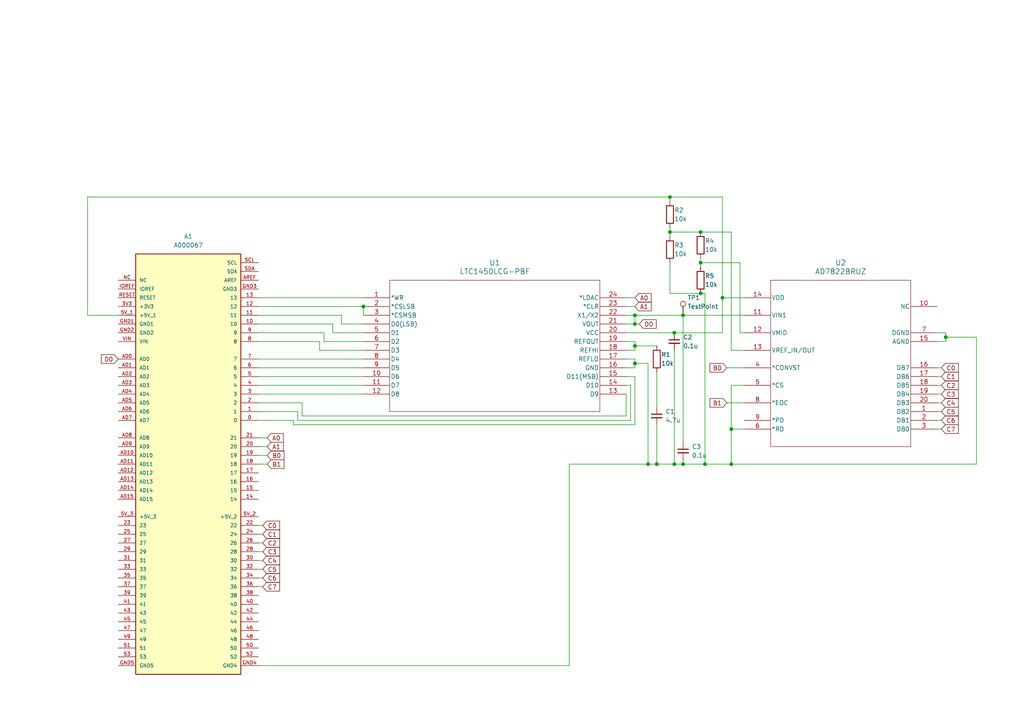
<source format=kicad_sch>
(kicad_sch (version 20230121) (generator eeschema)

  (uuid 2d14a426-2df4-42be-a237-3bfa364c4398)

  (paper "A4")

  (lib_symbols
    (symbol "2024-01-29_19-53-43:LTC1450LCG-PBF" (pin_names (offset 0.254)) (in_bom yes) (on_board yes)
      (property "Reference" "U" (at 38.1 10.16 0)
        (effects (font (size 1.524 1.524)))
      )
      (property "Value" "LTC1450LCG-PBF" (at 38.1 7.62 0)
        (effects (font (size 1.524 1.524)))
      )
      (property "Footprint" "SSOP-24_G_LIT" (at 0 0 0)
        (effects (font (size 1.27 1.27) italic) hide)
      )
      (property "Datasheet" "LTC1450LCG-PBF" (at 0 0 0)
        (effects (font (size 1.27 1.27) italic) hide)
      )
      (property "ki_locked" "" (at 0 0 0)
        (effects (font (size 1.27 1.27)))
      )
      (property "ki_keywords" "LTC1450LCG#PBF" (at 0 0 0)
        (effects (font (size 1.27 1.27)) hide)
      )
      (property "ki_fp_filters" "SSOP-24_G_LIT SSOP-24_G_LIT-M SSOP-24_G_LIT-L" (at 0 0 0)
        (effects (font (size 1.27 1.27)) hide)
      )
      (symbol "LTC1450LCG-PBF_0_1"
        (polyline
          (pts
            (xy 7.62 -33.02)
            (xy 68.58 -33.02)
          )
          (stroke (width 0.127) (type default))
          (fill (type none))
        )
        (polyline
          (pts
            (xy 7.62 5.08)
            (xy 7.62 -33.02)
          )
          (stroke (width 0.127) (type default))
          (fill (type none))
        )
        (polyline
          (pts
            (xy 68.58 -33.02)
            (xy 68.58 5.08)
          )
          (stroke (width 0.127) (type default))
          (fill (type none))
        )
        (polyline
          (pts
            (xy 68.58 5.08)
            (xy 7.62 5.08)
          )
          (stroke (width 0.127) (type default))
          (fill (type none))
        )
        (pin input line (at 0 0 0) (length 7.62)
          (name "*WR" (effects (font (size 1.27 1.27))))
          (number "1" (effects (font (size 1.27 1.27))))
        )
        (pin input line (at 0 -22.86 0) (length 7.62)
          (name "D6" (effects (font (size 1.27 1.27))))
          (number "10" (effects (font (size 1.27 1.27))))
        )
        (pin input line (at 0 -25.4 0) (length 7.62)
          (name "D7" (effects (font (size 1.27 1.27))))
          (number "11" (effects (font (size 1.27 1.27))))
        )
        (pin input line (at 0 -27.94 0) (length 7.62)
          (name "D8" (effects (font (size 1.27 1.27))))
          (number "12" (effects (font (size 1.27 1.27))))
        )
        (pin input line (at 76.2 -27.94 180) (length 7.62)
          (name "D9" (effects (font (size 1.27 1.27))))
          (number "13" (effects (font (size 1.27 1.27))))
        )
        (pin input line (at 76.2 -25.4 180) (length 7.62)
          (name "D10" (effects (font (size 1.27 1.27))))
          (number "14" (effects (font (size 1.27 1.27))))
        )
        (pin input line (at 76.2 -22.86 180) (length 7.62)
          (name "D11(MSB)" (effects (font (size 1.27 1.27))))
          (number "15" (effects (font (size 1.27 1.27))))
        )
        (pin power_in line (at 76.2 -20.32 180) (length 7.62)
          (name "GND" (effects (font (size 1.27 1.27))))
          (number "16" (effects (font (size 1.27 1.27))))
        )
        (pin input line (at 76.2 -17.78 180) (length 7.62)
          (name "REFLO" (effects (font (size 1.27 1.27))))
          (number "17" (effects (font (size 1.27 1.27))))
        )
        (pin input line (at 76.2 -15.24 180) (length 7.62)
          (name "REFHI" (effects (font (size 1.27 1.27))))
          (number "18" (effects (font (size 1.27 1.27))))
        )
        (pin output line (at 76.2 -12.7 180) (length 7.62)
          (name "REFOUT" (effects (font (size 1.27 1.27))))
          (number "19" (effects (font (size 1.27 1.27))))
        )
        (pin input line (at 0 -2.54 0) (length 7.62)
          (name "*CSLSB" (effects (font (size 1.27 1.27))))
          (number "2" (effects (font (size 1.27 1.27))))
        )
        (pin power_in line (at 76.2 -10.16 180) (length 7.62)
          (name "VCC" (effects (font (size 1.27 1.27))))
          (number "20" (effects (font (size 1.27 1.27))))
        )
        (pin output line (at 76.2 -7.62 180) (length 7.62)
          (name "VOUT" (effects (font (size 1.27 1.27))))
          (number "21" (effects (font (size 1.27 1.27))))
        )
        (pin unspecified line (at 76.2 -5.08 180) (length 7.62)
          (name "X1/X2" (effects (font (size 1.27 1.27))))
          (number "22" (effects (font (size 1.27 1.27))))
        )
        (pin input line (at 76.2 -2.54 180) (length 7.62)
          (name "*CLR" (effects (font (size 1.27 1.27))))
          (number "23" (effects (font (size 1.27 1.27))))
        )
        (pin bidirectional line (at 76.2 0 180) (length 7.62)
          (name "*LDAC" (effects (font (size 1.27 1.27))))
          (number "24" (effects (font (size 1.27 1.27))))
        )
        (pin input line (at 0 -5.08 0) (length 7.62)
          (name "*CSMSB" (effects (font (size 1.27 1.27))))
          (number "3" (effects (font (size 1.27 1.27))))
        )
        (pin input line (at 0 -7.62 0) (length 7.62)
          (name "D0(LSB)" (effects (font (size 1.27 1.27))))
          (number "4" (effects (font (size 1.27 1.27))))
        )
        (pin input line (at 0 -10.16 0) (length 7.62)
          (name "D1" (effects (font (size 1.27 1.27))))
          (number "5" (effects (font (size 1.27 1.27))))
        )
        (pin input line (at 0 -12.7 0) (length 7.62)
          (name "D2" (effects (font (size 1.27 1.27))))
          (number "6" (effects (font (size 1.27 1.27))))
        )
        (pin input line (at 0 -15.24 0) (length 7.62)
          (name "D3" (effects (font (size 1.27 1.27))))
          (number "7" (effects (font (size 1.27 1.27))))
        )
        (pin input line (at 0 -17.78 0) (length 7.62)
          (name "D4" (effects (font (size 1.27 1.27))))
          (number "8" (effects (font (size 1.27 1.27))))
        )
        (pin input line (at 0 -20.32 0) (length 7.62)
          (name "D5" (effects (font (size 1.27 1.27))))
          (number "9" (effects (font (size 1.27 1.27))))
        )
      )
    )
    (symbol "2024-01-29_19-55-45:AD7822BRUZ" (pin_names (offset 0.254)) (in_bom yes) (on_board yes)
      (property "Reference" "U" (at 27.94 10.16 0)
        (effects (font (size 1.524 1.524)))
      )
      (property "Value" "AD7822BRUZ" (at 27.94 7.62 0)
        (effects (font (size 1.524 1.524)))
      )
      (property "Footprint" "RU_20_ADI" (at 0 0 0)
        (effects (font (size 1.27 1.27) italic) hide)
      )
      (property "Datasheet" "AD7822BRUZ" (at 0 0 0)
        (effects (font (size 1.27 1.27) italic) hide)
      )
      (property "ki_locked" "" (at 0 0 0)
        (effects (font (size 1.27 1.27)))
      )
      (property "ki_keywords" "AD7822BRUZ" (at 0 0 0)
        (effects (font (size 1.27 1.27)) hide)
      )
      (property "ki_fp_filters" "RU_20_ADI RU_20_ADI-M RU_20_ADI-L" (at 0 0 0)
        (effects (font (size 1.27 1.27)) hide)
      )
      (symbol "AD7822BRUZ_0_1"
        (polyline
          (pts
            (xy 7.62 -43.18)
            (xy 48.26 -43.18)
          )
          (stroke (width 0.127) (type default))
          (fill (type none))
        )
        (polyline
          (pts
            (xy 7.62 5.08)
            (xy 7.62 -43.18)
          )
          (stroke (width 0.127) (type default))
          (fill (type none))
        )
        (polyline
          (pts
            (xy 48.26 -43.18)
            (xy 48.26 5.08)
          )
          (stroke (width 0.127) (type default))
          (fill (type none))
        )
        (polyline
          (pts
            (xy 48.26 5.08)
            (xy 7.62 5.08)
          )
          (stroke (width 0.127) (type default))
          (fill (type none))
        )
        (pin unspecified line (at 55.88 -33.02 180) (length 7.62)
          (name "DB2" (effects (font (size 1.27 1.27))))
          (number "1" (effects (font (size 1.27 1.27))))
        )
        (pin unspecified line (at 55.88 -2.54 180) (length 7.62)
          (name "NC" (effects (font (size 1.27 1.27))))
          (number "10" (effects (font (size 1.27 1.27))))
        )
        (pin unspecified line (at 0 -5.08 0) (length 7.62)
          (name "VIN1" (effects (font (size 1.27 1.27))))
          (number "11" (effects (font (size 1.27 1.27))))
        )
        (pin unspecified line (at 0 -10.16 0) (length 7.62)
          (name "VMID" (effects (font (size 1.27 1.27))))
          (number "12" (effects (font (size 1.27 1.27))))
        )
        (pin unspecified line (at 0 -15.24 0) (length 7.62)
          (name "VREF_IN/OUT" (effects (font (size 1.27 1.27))))
          (number "13" (effects (font (size 1.27 1.27))))
        )
        (pin unspecified line (at 0 0 0) (length 7.62)
          (name "VDD" (effects (font (size 1.27 1.27))))
          (number "14" (effects (font (size 1.27 1.27))))
        )
        (pin unspecified line (at 55.88 -12.7 180) (length 7.62)
          (name "AGND" (effects (font (size 1.27 1.27))))
          (number "15" (effects (font (size 1.27 1.27))))
        )
        (pin unspecified line (at 55.88 -20.32 180) (length 7.62)
          (name "DB7" (effects (font (size 1.27 1.27))))
          (number "16" (effects (font (size 1.27 1.27))))
        )
        (pin unspecified line (at 55.88 -22.86 180) (length 7.62)
          (name "DB6" (effects (font (size 1.27 1.27))))
          (number "17" (effects (font (size 1.27 1.27))))
        )
        (pin unspecified line (at 55.88 -25.4 180) (length 7.62)
          (name "DB5" (effects (font (size 1.27 1.27))))
          (number "18" (effects (font (size 1.27 1.27))))
        )
        (pin unspecified line (at 55.88 -27.94 180) (length 7.62)
          (name "DB4" (effects (font (size 1.27 1.27))))
          (number "19" (effects (font (size 1.27 1.27))))
        )
        (pin unspecified line (at 55.88 -35.56 180) (length 7.62)
          (name "DB1" (effects (font (size 1.27 1.27))))
          (number "2" (effects (font (size 1.27 1.27))))
        )
        (pin unspecified line (at 55.88 -30.48 180) (length 7.62)
          (name "DB3" (effects (font (size 1.27 1.27))))
          (number "20" (effects (font (size 1.27 1.27))))
        )
        (pin unspecified line (at 55.88 -38.1 180) (length 7.62)
          (name "DB0" (effects (font (size 1.27 1.27))))
          (number "3" (effects (font (size 1.27 1.27))))
        )
        (pin unspecified line (at 0 -20.32 0) (length 7.62)
          (name "*CONVST" (effects (font (size 1.27 1.27))))
          (number "4" (effects (font (size 1.27 1.27))))
        )
        (pin unspecified line (at 0 -25.4 0) (length 7.62)
          (name "*CS" (effects (font (size 1.27 1.27))))
          (number "5" (effects (font (size 1.27 1.27))))
        )
        (pin unspecified line (at 0 -38.1 0) (length 7.62)
          (name "*RD" (effects (font (size 1.27 1.27))))
          (number "6" (effects (font (size 1.27 1.27))))
        )
        (pin unspecified line (at 55.88 -10.16 180) (length 7.62)
          (name "DGND" (effects (font (size 1.27 1.27))))
          (number "7" (effects (font (size 1.27 1.27))))
        )
        (pin unspecified line (at 0 -30.48 0) (length 7.62)
          (name "*EOC" (effects (font (size 1.27 1.27))))
          (number "8" (effects (font (size 1.27 1.27))))
        )
        (pin unspecified line (at 0 -35.56 0) (length 7.62)
          (name "*PD" (effects (font (size 1.27 1.27))))
          (number "9" (effects (font (size 1.27 1.27))))
        )
      )
    )
    (symbol "A000067:A000067" (pin_names (offset 1.016)) (in_bom yes) (on_board yes)
      (property "Reference" "A" (at -15.24 61.595 0)
        (effects (font (size 1.27 1.27)) (justify left bottom))
      )
      (property "Value" "A000067" (at -15.24 -63.5 0)
        (effects (font (size 1.27 1.27)) (justify left bottom))
      )
      (property "Footprint" "A000067:ARDUINO_A000067" (at 0 0 0)
        (effects (font (size 1.27 1.27)) (justify bottom) hide)
      )
      (property "Datasheet" "" (at 0 0 0)
        (effects (font (size 1.27 1.27)) hide)
      )
      (property "PARTREV" "3" (at 0 0 0)
        (effects (font (size 1.27 1.27)) (justify bottom) hide)
      )
      (property "STANDARD" "Manufacturer Recommendations" (at 0 0 0)
        (effects (font (size 1.27 1.27)) (justify bottom) hide)
      )
      (property "SNAPEDA_PACKAGE_ID" "116889" (at 0 0 0)
        (effects (font (size 1.27 1.27)) (justify bottom) hide)
      )
      (property "MANUFACTURER" "Arduino" (at 0 0 0)
        (effects (font (size 1.27 1.27)) (justify bottom) hide)
      )
      (symbol "A000067_0_0"
        (rectangle (start -15.24 -60.96) (end 15.24 60.96)
          (stroke (width 0.254) (type default))
          (fill (type background))
        )
        (pin passive line (at 20.32 12.7 180) (length 5.08)
          (name "0" (effects (font (size 1.016 1.016))))
          (number "0" (effects (font (size 1.016 1.016))))
        )
        (pin passive line (at 20.32 15.24 180) (length 5.08)
          (name "1" (effects (font (size 1.016 1.016))))
          (number "1" (effects (font (size 1.016 1.016))))
        )
        (pin passive line (at 20.32 40.64 180) (length 5.08)
          (name "10" (effects (font (size 1.016 1.016))))
          (number "10" (effects (font (size 1.016 1.016))))
        )
        (pin passive line (at 20.32 43.18 180) (length 5.08)
          (name "11" (effects (font (size 1.016 1.016))))
          (number "11" (effects (font (size 1.016 1.016))))
        )
        (pin passive line (at 20.32 45.72 180) (length 5.08)
          (name "12" (effects (font (size 1.016 1.016))))
          (number "12" (effects (font (size 1.016 1.016))))
        )
        (pin passive line (at 20.32 48.26 180) (length 5.08)
          (name "13" (effects (font (size 1.016 1.016))))
          (number "13" (effects (font (size 1.016 1.016))))
        )
        (pin passive line (at 20.32 -10.16 180) (length 5.08)
          (name "14" (effects (font (size 1.016 1.016))))
          (number "14" (effects (font (size 1.016 1.016))))
        )
        (pin passive line (at 20.32 -7.62 180) (length 5.08)
          (name "15" (effects (font (size 1.016 1.016))))
          (number "15" (effects (font (size 1.016 1.016))))
        )
        (pin passive line (at 20.32 -5.08 180) (length 5.08)
          (name "16" (effects (font (size 1.016 1.016))))
          (number "16" (effects (font (size 1.016 1.016))))
        )
        (pin passive line (at 20.32 -2.54 180) (length 5.08)
          (name "17" (effects (font (size 1.016 1.016))))
          (number "17" (effects (font (size 1.016 1.016))))
        )
        (pin passive line (at 20.32 0 180) (length 5.08)
          (name "18" (effects (font (size 1.016 1.016))))
          (number "18" (effects (font (size 1.016 1.016))))
        )
        (pin passive line (at 20.32 2.54 180) (length 5.08)
          (name "19" (effects (font (size 1.016 1.016))))
          (number "19" (effects (font (size 1.016 1.016))))
        )
        (pin passive line (at 20.32 17.78 180) (length 5.08)
          (name "2" (effects (font (size 1.016 1.016))))
          (number "2" (effects (font (size 1.016 1.016))))
        )
        (pin passive line (at 20.32 5.08 180) (length 5.08)
          (name "20" (effects (font (size 1.016 1.016))))
          (number "20" (effects (font (size 1.016 1.016))))
        )
        (pin passive line (at 20.32 7.62 180) (length 5.08)
          (name "21" (effects (font (size 1.016 1.016))))
          (number "21" (effects (font (size 1.016 1.016))))
        )
        (pin passive line (at 20.32 -17.78 180) (length 5.08)
          (name "22" (effects (font (size 1.016 1.016))))
          (number "22" (effects (font (size 1.016 1.016))))
        )
        (pin passive line (at -20.32 -17.78 0) (length 5.08)
          (name "23" (effects (font (size 1.016 1.016))))
          (number "23" (effects (font (size 1.016 1.016))))
        )
        (pin passive line (at 20.32 -20.32 180) (length 5.08)
          (name "24" (effects (font (size 1.016 1.016))))
          (number "24" (effects (font (size 1.016 1.016))))
        )
        (pin passive line (at -20.32 -20.32 0) (length 5.08)
          (name "25" (effects (font (size 1.016 1.016))))
          (number "25" (effects (font (size 1.016 1.016))))
        )
        (pin passive line (at 20.32 -22.86 180) (length 5.08)
          (name "26" (effects (font (size 1.016 1.016))))
          (number "26" (effects (font (size 1.016 1.016))))
        )
        (pin passive line (at -20.32 -22.86 0) (length 5.08)
          (name "27" (effects (font (size 1.016 1.016))))
          (number "27" (effects (font (size 1.016 1.016))))
        )
        (pin passive line (at 20.32 -25.4 180) (length 5.08)
          (name "28" (effects (font (size 1.016 1.016))))
          (number "28" (effects (font (size 1.016 1.016))))
        )
        (pin passive line (at -20.32 -25.4 0) (length 5.08)
          (name "29" (effects (font (size 1.016 1.016))))
          (number "29" (effects (font (size 1.016 1.016))))
        )
        (pin passive line (at 20.32 20.32 180) (length 5.08)
          (name "3" (effects (font (size 1.016 1.016))))
          (number "3" (effects (font (size 1.016 1.016))))
        )
        (pin passive line (at 20.32 -27.94 180) (length 5.08)
          (name "30" (effects (font (size 1.016 1.016))))
          (number "30" (effects (font (size 1.016 1.016))))
        )
        (pin passive line (at -20.32 -27.94 0) (length 5.08)
          (name "31" (effects (font (size 1.016 1.016))))
          (number "31" (effects (font (size 1.016 1.016))))
        )
        (pin passive line (at 20.32 -30.48 180) (length 5.08)
          (name "32" (effects (font (size 1.016 1.016))))
          (number "32" (effects (font (size 1.016 1.016))))
        )
        (pin passive line (at -20.32 -30.48 0) (length 5.08)
          (name "33" (effects (font (size 1.016 1.016))))
          (number "33" (effects (font (size 1.016 1.016))))
        )
        (pin passive line (at 20.32 -33.02 180) (length 5.08)
          (name "34" (effects (font (size 1.016 1.016))))
          (number "34" (effects (font (size 1.016 1.016))))
        )
        (pin passive line (at -20.32 -33.02 0) (length 5.08)
          (name "35" (effects (font (size 1.016 1.016))))
          (number "35" (effects (font (size 1.016 1.016))))
        )
        (pin passive line (at 20.32 -35.56 180) (length 5.08)
          (name "36" (effects (font (size 1.016 1.016))))
          (number "36" (effects (font (size 1.016 1.016))))
        )
        (pin passive line (at -20.32 -35.56 0) (length 5.08)
          (name "37" (effects (font (size 1.016 1.016))))
          (number "37" (effects (font (size 1.016 1.016))))
        )
        (pin passive line (at 20.32 -38.1 180) (length 5.08)
          (name "38" (effects (font (size 1.016 1.016))))
          (number "38" (effects (font (size 1.016 1.016))))
        )
        (pin passive line (at -20.32 -38.1 0) (length 5.08)
          (name "39" (effects (font (size 1.016 1.016))))
          (number "39" (effects (font (size 1.016 1.016))))
        )
        (pin passive line (at -20.32 45.72 0) (length 5.08)
          (name "+3V3" (effects (font (size 1.016 1.016))))
          (number "3V3" (effects (font (size 1.016 1.016))))
        )
        (pin passive line (at 20.32 22.86 180) (length 5.08)
          (name "4" (effects (font (size 1.016 1.016))))
          (number "4" (effects (font (size 1.016 1.016))))
        )
        (pin passive line (at 20.32 -40.64 180) (length 5.08)
          (name "40" (effects (font (size 1.016 1.016))))
          (number "40" (effects (font (size 1.016 1.016))))
        )
        (pin passive line (at -20.32 -40.64 0) (length 5.08)
          (name "41" (effects (font (size 1.016 1.016))))
          (number "41" (effects (font (size 1.016 1.016))))
        )
        (pin passive line (at 20.32 -43.18 180) (length 5.08)
          (name "42" (effects (font (size 1.016 1.016))))
          (number "42" (effects (font (size 1.016 1.016))))
        )
        (pin passive line (at -20.32 -43.18 0) (length 5.08)
          (name "43" (effects (font (size 1.016 1.016))))
          (number "43" (effects (font (size 1.016 1.016))))
        )
        (pin passive line (at 20.32 -45.72 180) (length 5.08)
          (name "44" (effects (font (size 1.016 1.016))))
          (number "44" (effects (font (size 1.016 1.016))))
        )
        (pin passive line (at -20.32 -45.72 0) (length 5.08)
          (name "45" (effects (font (size 1.016 1.016))))
          (number "45" (effects (font (size 1.016 1.016))))
        )
        (pin passive line (at 20.32 -48.26 180) (length 5.08)
          (name "46" (effects (font (size 1.016 1.016))))
          (number "46" (effects (font (size 1.016 1.016))))
        )
        (pin passive line (at -20.32 -48.26 0) (length 5.08)
          (name "47" (effects (font (size 1.016 1.016))))
          (number "47" (effects (font (size 1.016 1.016))))
        )
        (pin passive line (at 20.32 -50.8 180) (length 5.08)
          (name "48" (effects (font (size 1.016 1.016))))
          (number "48" (effects (font (size 1.016 1.016))))
        )
        (pin passive line (at -20.32 -50.8 0) (length 5.08)
          (name "49" (effects (font (size 1.016 1.016))))
          (number "49" (effects (font (size 1.016 1.016))))
        )
        (pin passive line (at 20.32 25.4 180) (length 5.08)
          (name "5" (effects (font (size 1.016 1.016))))
          (number "5" (effects (font (size 1.016 1.016))))
        )
        (pin passive line (at 20.32 -53.34 180) (length 5.08)
          (name "50" (effects (font (size 1.016 1.016))))
          (number "50" (effects (font (size 1.016 1.016))))
        )
        (pin passive line (at -20.32 -53.34 0) (length 5.08)
          (name "51" (effects (font (size 1.016 1.016))))
          (number "51" (effects (font (size 1.016 1.016))))
        )
        (pin passive line (at 20.32 -55.88 180) (length 5.08)
          (name "52" (effects (font (size 1.016 1.016))))
          (number "52" (effects (font (size 1.016 1.016))))
        )
        (pin passive line (at -20.32 -55.88 0) (length 5.08)
          (name "53" (effects (font (size 1.016 1.016))))
          (number "53" (effects (font (size 1.016 1.016))))
        )
        (pin passive line (at -20.32 43.18 0) (length 5.08)
          (name "+5V_1" (effects (font (size 1.016 1.016))))
          (number "5V_1" (effects (font (size 1.016 1.016))))
        )
        (pin passive line (at 20.32 -15.24 180) (length 5.08)
          (name "+5V_2" (effects (font (size 1.016 1.016))))
          (number "5V_2" (effects (font (size 1.016 1.016))))
        )
        (pin passive line (at -20.32 -15.24 0) (length 5.08)
          (name "+5V_3" (effects (font (size 1.016 1.016))))
          (number "5V_3" (effects (font (size 1.016 1.016))))
        )
        (pin passive line (at 20.32 27.94 180) (length 5.08)
          (name "6" (effects (font (size 1.016 1.016))))
          (number "6" (effects (font (size 1.016 1.016))))
        )
        (pin passive line (at 20.32 30.48 180) (length 5.08)
          (name "7" (effects (font (size 1.016 1.016))))
          (number "7" (effects (font (size 1.016 1.016))))
        )
        (pin passive line (at 20.32 35.56 180) (length 5.08)
          (name "8" (effects (font (size 1.016 1.016))))
          (number "8" (effects (font (size 1.016 1.016))))
        )
        (pin passive line (at 20.32 38.1 180) (length 5.08)
          (name "9" (effects (font (size 1.016 1.016))))
          (number "9" (effects (font (size 1.016 1.016))))
        )
        (pin passive line (at -20.32 30.48 0) (length 5.08)
          (name "AD0" (effects (font (size 1.016 1.016))))
          (number "AD0" (effects (font (size 1.016 1.016))))
        )
        (pin passive line (at -20.32 27.94 0) (length 5.08)
          (name "AD1" (effects (font (size 1.016 1.016))))
          (number "AD1" (effects (font (size 1.016 1.016))))
        )
        (pin passive line (at -20.32 2.54 0) (length 5.08)
          (name "AD10" (effects (font (size 1.016 1.016))))
          (number "AD10" (effects (font (size 1.016 1.016))))
        )
        (pin passive line (at -20.32 0 0) (length 5.08)
          (name "AD11" (effects (font (size 1.016 1.016))))
          (number "AD11" (effects (font (size 1.016 1.016))))
        )
        (pin passive line (at -20.32 -2.54 0) (length 5.08)
          (name "AD12" (effects (font (size 1.016 1.016))))
          (number "AD12" (effects (font (size 1.016 1.016))))
        )
        (pin passive line (at -20.32 -5.08 0) (length 5.08)
          (name "AD13" (effects (font (size 1.016 1.016))))
          (number "AD13" (effects (font (size 1.016 1.016))))
        )
        (pin passive line (at -20.32 -7.62 0) (length 5.08)
          (name "AD14" (effects (font (size 1.016 1.016))))
          (number "AD14" (effects (font (size 1.016 1.016))))
        )
        (pin passive line (at -20.32 -10.16 0) (length 5.08)
          (name "AD15" (effects (font (size 1.016 1.016))))
          (number "AD15" (effects (font (size 1.016 1.016))))
        )
        (pin passive line (at -20.32 25.4 0) (length 5.08)
          (name "AD2" (effects (font (size 1.016 1.016))))
          (number "AD2" (effects (font (size 1.016 1.016))))
        )
        (pin passive line (at -20.32 22.86 0) (length 5.08)
          (name "AD3" (effects (font (size 1.016 1.016))))
          (number "AD3" (effects (font (size 1.016 1.016))))
        )
        (pin passive line (at -20.32 20.32 0) (length 5.08)
          (name "AD4" (effects (font (size 1.016 1.016))))
          (number "AD4" (effects (font (size 1.016 1.016))))
        )
        (pin passive line (at -20.32 17.78 0) (length 5.08)
          (name "AD5" (effects (font (size 1.016 1.016))))
          (number "AD5" (effects (font (size 1.016 1.016))))
        )
        (pin passive line (at -20.32 15.24 0) (length 5.08)
          (name "AD6" (effects (font (size 1.016 1.016))))
          (number "AD6" (effects (font (size 1.016 1.016))))
        )
        (pin passive line (at -20.32 12.7 0) (length 5.08)
          (name "AD7" (effects (font (size 1.016 1.016))))
          (number "AD7" (effects (font (size 1.016 1.016))))
        )
        (pin passive line (at -20.32 7.62 0) (length 5.08)
          (name "AD8" (effects (font (size 1.016 1.016))))
          (number "AD8" (effects (font (size 1.016 1.016))))
        )
        (pin passive line (at -20.32 5.08 0) (length 5.08)
          (name "AD9" (effects (font (size 1.016 1.016))))
          (number "AD9" (effects (font (size 1.016 1.016))))
        )
        (pin passive line (at 20.32 53.34 180) (length 5.08)
          (name "AREF" (effects (font (size 1.016 1.016))))
          (number "AREF" (effects (font (size 1.016 1.016))))
        )
        (pin passive line (at -20.32 40.64 0) (length 5.08)
          (name "GND1" (effects (font (size 1.016 1.016))))
          (number "GND1" (effects (font (size 1.016 1.016))))
        )
        (pin passive line (at -20.32 38.1 0) (length 5.08)
          (name "GND2" (effects (font (size 1.016 1.016))))
          (number "GND2" (effects (font (size 1.016 1.016))))
        )
        (pin passive line (at 20.32 50.8 180) (length 5.08)
          (name "GND3" (effects (font (size 1.016 1.016))))
          (number "GND3" (effects (font (size 1.016 1.016))))
        )
        (pin passive line (at 20.32 -58.42 180) (length 5.08)
          (name "GND4" (effects (font (size 1.016 1.016))))
          (number "GND4" (effects (font (size 1.016 1.016))))
        )
        (pin passive line (at -20.32 -58.42 0) (length 5.08)
          (name "GND5" (effects (font (size 1.016 1.016))))
          (number "GND5" (effects (font (size 1.016 1.016))))
        )
        (pin passive line (at -20.32 50.8 0) (length 5.08)
          (name "IOREF" (effects (font (size 1.016 1.016))))
          (number "IOREF" (effects (font (size 1.016 1.016))))
        )
        (pin passive line (at -20.32 53.34 0) (length 5.08)
          (name "NC" (effects (font (size 1.016 1.016))))
          (number "NC" (effects (font (size 1.016 1.016))))
        )
        (pin passive line (at -20.32 48.26 0) (length 5.08)
          (name "RESET" (effects (font (size 1.016 1.016))))
          (number "RESET" (effects (font (size 1.016 1.016))))
        )
        (pin passive line (at 20.32 58.42 180) (length 5.08)
          (name "SCL" (effects (font (size 1.016 1.016))))
          (number "SCL" (effects (font (size 1.016 1.016))))
        )
        (pin passive line (at 20.32 55.88 180) (length 5.08)
          (name "SDA" (effects (font (size 1.016 1.016))))
          (number "SDA" (effects (font (size 1.016 1.016))))
        )
        (pin passive line (at -20.32 35.56 0) (length 5.08)
          (name "VIN" (effects (font (size 1.016 1.016))))
          (number "VIN" (effects (font (size 1.016 1.016))))
        )
      )
    )
    (symbol "Connector:TestPoint" (pin_numbers hide) (pin_names (offset 0.762) hide) (in_bom yes) (on_board yes)
      (property "Reference" "TP" (at 0 6.858 0)
        (effects (font (size 1.27 1.27)))
      )
      (property "Value" "TestPoint" (at 0 5.08 0)
        (effects (font (size 1.27 1.27)))
      )
      (property "Footprint" "" (at 5.08 0 0)
        (effects (font (size 1.27 1.27)) hide)
      )
      (property "Datasheet" "~" (at 5.08 0 0)
        (effects (font (size 1.27 1.27)) hide)
      )
      (property "ki_keywords" "test point tp" (at 0 0 0)
        (effects (font (size 1.27 1.27)) hide)
      )
      (property "ki_description" "test point" (at 0 0 0)
        (effects (font (size 1.27 1.27)) hide)
      )
      (property "ki_fp_filters" "Pin* Test*" (at 0 0 0)
        (effects (font (size 1.27 1.27)) hide)
      )
      (symbol "TestPoint_0_1"
        (circle (center 0 3.302) (radius 0.762)
          (stroke (width 0) (type default))
          (fill (type none))
        )
      )
      (symbol "TestPoint_1_1"
        (pin passive line (at 0 0 90) (length 2.54)
          (name "1" (effects (font (size 1.27 1.27))))
          (number "1" (effects (font (size 1.27 1.27))))
        )
      )
    )
    (symbol "Device:C_Small" (pin_numbers hide) (pin_names (offset 0.254) hide) (in_bom yes) (on_board yes)
      (property "Reference" "C" (at 0.254 1.778 0)
        (effects (font (size 1.27 1.27)) (justify left))
      )
      (property "Value" "C_Small" (at 0.254 -2.032 0)
        (effects (font (size 1.27 1.27)) (justify left))
      )
      (property "Footprint" "" (at 0 0 0)
        (effects (font (size 1.27 1.27)) hide)
      )
      (property "Datasheet" "~" (at 0 0 0)
        (effects (font (size 1.27 1.27)) hide)
      )
      (property "ki_keywords" "capacitor cap" (at 0 0 0)
        (effects (font (size 1.27 1.27)) hide)
      )
      (property "ki_description" "Unpolarized capacitor, small symbol" (at 0 0 0)
        (effects (font (size 1.27 1.27)) hide)
      )
      (property "ki_fp_filters" "C_*" (at 0 0 0)
        (effects (font (size 1.27 1.27)) hide)
      )
      (symbol "C_Small_0_1"
        (polyline
          (pts
            (xy -1.524 -0.508)
            (xy 1.524 -0.508)
          )
          (stroke (width 0.3302) (type default))
          (fill (type none))
        )
        (polyline
          (pts
            (xy -1.524 0.508)
            (xy 1.524 0.508)
          )
          (stroke (width 0.3048) (type default))
          (fill (type none))
        )
      )
      (symbol "C_Small_1_1"
        (pin passive line (at 0 2.54 270) (length 2.032)
          (name "~" (effects (font (size 1.27 1.27))))
          (number "1" (effects (font (size 1.27 1.27))))
        )
        (pin passive line (at 0 -2.54 90) (length 2.032)
          (name "~" (effects (font (size 1.27 1.27))))
          (number "2" (effects (font (size 1.27 1.27))))
        )
      )
    )
    (symbol "Device:R" (pin_numbers hide) (pin_names (offset 0)) (in_bom yes) (on_board yes)
      (property "Reference" "R" (at 2.032 0 90)
        (effects (font (size 1.27 1.27)))
      )
      (property "Value" "R" (at 0 0 90)
        (effects (font (size 1.27 1.27)))
      )
      (property "Footprint" "" (at -1.778 0 90)
        (effects (font (size 1.27 1.27)) hide)
      )
      (property "Datasheet" "~" (at 0 0 0)
        (effects (font (size 1.27 1.27)) hide)
      )
      (property "ki_keywords" "R res resistor" (at 0 0 0)
        (effects (font (size 1.27 1.27)) hide)
      )
      (property "ki_description" "Resistor" (at 0 0 0)
        (effects (font (size 1.27 1.27)) hide)
      )
      (property "ki_fp_filters" "R_*" (at 0 0 0)
        (effects (font (size 1.27 1.27)) hide)
      )
      (symbol "R_0_1"
        (rectangle (start -1.016 -2.54) (end 1.016 2.54)
          (stroke (width 0.254) (type default))
          (fill (type none))
        )
      )
      (symbol "R_1_1"
        (pin passive line (at 0 3.81 270) (length 1.27)
          (name "~" (effects (font (size 1.27 1.27))))
          (number "1" (effects (font (size 1.27 1.27))))
        )
        (pin passive line (at 0 -3.81 90) (length 1.27)
          (name "~" (effects (font (size 1.27 1.27))))
          (number "2" (effects (font (size 1.27 1.27))))
        )
      )
    )
  )

  (junction (at 212.09 124.46) (diameter 0) (color 0 0 0 0)
    (uuid 136c23fb-443b-4696-978f-1a7900ea9a54)
  )
  (junction (at 190.5 134.62) (diameter 0) (color 0 0 0 0)
    (uuid 21bac3c1-0104-498d-af3a-9b630ac47feb)
  )
  (junction (at 105.41 88.9) (diameter 0) (color 0 0 0 0)
    (uuid 345eeab3-9530-48ed-836f-37f5873617ab)
  )
  (junction (at 194.31 67.31) (diameter 0) (color 0 0 0 0)
    (uuid 3f23631e-bf3f-4e68-9eec-79414bf71632)
  )
  (junction (at 184.15 100.33) (diameter 0) (color 0 0 0 0)
    (uuid 56860a23-bc0d-436e-91db-4cbdc0677720)
  )
  (junction (at 212.09 134.62) (diameter 0) (color 0 0 0 0)
    (uuid 58d41522-5b40-43c3-8986-c56de73c3cd7)
  )
  (junction (at 198.12 134.62) (diameter 0) (color 0 0 0 0)
    (uuid 5ee94899-80ec-4aee-9c8a-cde4223352dd)
  )
  (junction (at 203.2 76.2) (diameter 0) (color 0 0 0 0)
    (uuid 635c6ab9-c0e8-4925-869a-8b5b749bd596)
  )
  (junction (at 184.15 91.44) (diameter 0) (color 0 0 0 0)
    (uuid 66acdb50-b04e-439c-b1ef-ee0c2d5cd436)
  )
  (junction (at 203.2 85.09) (diameter 0) (color 0 0 0 0)
    (uuid 7f413b40-7d13-4694-bfc1-6699520760cc)
  )
  (junction (at 209.55 86.36) (diameter 0) (color 0 0 0 0)
    (uuid 7fec2f24-3f11-4f6a-8707-b1c770a037a3)
  )
  (junction (at 184.15 105.41) (diameter 0) (color 0 0 0 0)
    (uuid 954ef3c7-7ed9-4e0c-98a2-be78c8e86b4d)
  )
  (junction (at 203.2 67.31) (diameter 0) (color 0 0 0 0)
    (uuid 98bbea3b-5628-4a3d-9840-35cbdd84b14e)
  )
  (junction (at 204.47 134.62) (diameter 0) (color 0 0 0 0)
    (uuid a49c4902-8ff7-4992-adaf-d70d1f44096a)
  )
  (junction (at 198.12 91.44) (diameter 0) (color 0 0 0 0)
    (uuid a7c3f009-f9c7-45ec-aac2-c6f1cbd9a64e)
  )
  (junction (at 187.96 134.62) (diameter 0) (color 0 0 0 0)
    (uuid a84c6949-19f6-4160-bf25-e19d3580619a)
  )
  (junction (at 274.32 97.79) (diameter 0) (color 0 0 0 0)
    (uuid aef7c2ac-e2f2-4dfb-8b34-4957cba7c7b0)
  )
  (junction (at 195.58 134.62) (diameter 0) (color 0 0 0 0)
    (uuid c539e43d-7f95-447c-a64d-a4a93abcad8e)
  )
  (junction (at 184.15 93.98) (diameter 0) (color 0 0 0 0)
    (uuid d881cb1c-9907-4828-83a8-26a32bfc346b)
  )
  (junction (at 195.58 96.52) (diameter 0) (color 0 0 0 0)
    (uuid f2e37eb5-ba4a-441f-9a7b-ef409a6558ba)
  )
  (junction (at 194.31 57.15) (diameter 0) (color 0 0 0 0)
    (uuid fb0cde1e-d066-43a0-9788-092227599cc1)
  )

  (wire (pts (xy 105.41 88.9) (xy 105.41 91.44))
    (stroke (width 0) (type default))
    (uuid 01e84360-3c8d-4993-86c0-b7298b899bd7)
  )
  (wire (pts (xy 74.93 152.4) (xy 76.2 152.4))
    (stroke (width 0) (type default))
    (uuid 03ac9161-ecc3-48df-89a8-0bbf1d21bdc1)
  )
  (wire (pts (xy 74.93 193.04) (xy 165.1 193.04))
    (stroke (width 0) (type default))
    (uuid 0542b2f7-e7ef-4dbe-ba6b-3bedd9a0d413)
  )
  (wire (pts (xy 74.93 129.54) (xy 77.47 129.54))
    (stroke (width 0) (type default))
    (uuid 059fd0a8-1919-4cf3-92c8-246495922ed4)
  )
  (wire (pts (xy 85.09 123.19) (xy 85.09 121.92))
    (stroke (width 0) (type default))
    (uuid 0686f991-7ef2-4391-96f9-1dfef64be2ca)
  )
  (wire (pts (xy 210.82 106.68) (xy 215.9 106.68))
    (stroke (width 0) (type default))
    (uuid 069662ec-21cf-4fe2-98b0-aee9ad13b8f1)
  )
  (wire (pts (xy 96.52 96.52) (xy 96.52 93.98))
    (stroke (width 0) (type default))
    (uuid 07efee6d-332a-4392-9bc1-15ec11eb89a6)
  )
  (wire (pts (xy 271.78 111.76) (xy 273.05 111.76))
    (stroke (width 0) (type default))
    (uuid 09a93999-ee48-4feb-845a-9a058aa86fd3)
  )
  (wire (pts (xy 74.93 99.06) (xy 92.71 99.06))
    (stroke (width 0) (type default))
    (uuid 09b3e7e9-3893-43dd-a7db-30857eefe4d5)
  )
  (wire (pts (xy 74.93 127) (xy 77.47 127))
    (stroke (width 0) (type default))
    (uuid 0c6759ed-2af4-4814-b049-b78f76643c3a)
  )
  (wire (pts (xy 190.5 107.95) (xy 190.5 118.11))
    (stroke (width 0) (type default))
    (uuid 0ec3dd91-46b2-40ba-bc29-d18927cc926b)
  )
  (wire (pts (xy 74.93 111.76) (xy 105.41 111.76))
    (stroke (width 0) (type default))
    (uuid 11762973-6e1f-4b14-8787-dee0d82cf0df)
  )
  (wire (pts (xy 96.52 96.52) (xy 105.41 96.52))
    (stroke (width 0) (type default))
    (uuid 17679572-9603-48a4-b72e-db8e1f2991e9)
  )
  (wire (pts (xy 74.93 86.36) (xy 105.41 86.36))
    (stroke (width 0) (type default))
    (uuid 17fe4b33-fc8a-4c46-a7cf-a08f26c0d564)
  )
  (wire (pts (xy 184.15 109.22) (xy 184.15 123.19))
    (stroke (width 0) (type default))
    (uuid 1d4c7d10-f8ff-492a-84de-dc3230eb3142)
  )
  (wire (pts (xy 274.32 97.79) (xy 274.32 96.52))
    (stroke (width 0) (type default))
    (uuid 1d82ee7a-beb7-4d07-80c4-b28728f7cfe6)
  )
  (wire (pts (xy 85.09 121.92) (xy 74.93 121.92))
    (stroke (width 0) (type default))
    (uuid 1ebf3c68-6d6b-4338-a870-644fc20538b3)
  )
  (wire (pts (xy 204.47 85.09) (xy 203.2 85.09))
    (stroke (width 0) (type default))
    (uuid 204a9793-1787-4d7f-9bdf-219bbe17cef9)
  )
  (wire (pts (xy 195.58 101.6) (xy 195.58 134.62))
    (stroke (width 0) (type default))
    (uuid 247af7b8-ae00-4135-ab55-b41b4954a61a)
  )
  (wire (pts (xy 184.15 105.41) (xy 187.96 105.41))
    (stroke (width 0) (type default))
    (uuid 2782fbec-1df7-4b5c-9e94-01b3fe8231ce)
  )
  (wire (pts (xy 212.09 134.62) (xy 212.09 124.46))
    (stroke (width 0) (type default))
    (uuid 28540fbd-20e5-4c7a-aa86-e4af97e037f3)
  )
  (wire (pts (xy 209.55 57.15) (xy 209.55 86.36))
    (stroke (width 0) (type default))
    (uuid 2b5f6193-9df4-480f-a1d7-205351b73767)
  )
  (wire (pts (xy 184.15 100.33) (xy 190.5 100.33))
    (stroke (width 0) (type default))
    (uuid 2c97b759-afc6-4b3f-ae9f-2d13f1ecd1ac)
  )
  (wire (pts (xy 283.21 134.62) (xy 283.21 97.79))
    (stroke (width 0) (type default))
    (uuid 2f149a9d-da74-4a60-858d-7dd0474d77fb)
  )
  (wire (pts (xy 25.4 57.15) (xy 194.31 57.15))
    (stroke (width 0) (type default))
    (uuid 35cb6c3d-6e04-4bf0-91a6-6bc1102d3d62)
  )
  (wire (pts (xy 209.55 86.36) (xy 215.9 86.36))
    (stroke (width 0) (type default))
    (uuid 36e566ea-e794-441c-a627-39c82c209426)
  )
  (wire (pts (xy 271.78 109.22) (xy 273.05 109.22))
    (stroke (width 0) (type default))
    (uuid 37b74598-9f5b-4577-8bb1-8529b4196121)
  )
  (wire (pts (xy 74.93 165.1) (xy 76.2 165.1))
    (stroke (width 0) (type default))
    (uuid 3876b4f0-664b-439d-a187-815ffaeba634)
  )
  (wire (pts (xy 184.15 93.98) (xy 185.42 93.98))
    (stroke (width 0) (type default))
    (uuid 40f87234-3246-4c66-93d2-cd3e14851fb0)
  )
  (wire (pts (xy 74.93 132.08) (xy 77.47 132.08))
    (stroke (width 0) (type default))
    (uuid 416f4193-8e37-44a0-ab37-e4b1a9f60e0f)
  )
  (wire (pts (xy 271.78 121.92) (xy 273.05 121.92))
    (stroke (width 0) (type default))
    (uuid 44007a31-9ccb-48eb-8f3d-766034395f4a)
  )
  (wire (pts (xy 74.93 116.84) (xy 87.63 116.84))
    (stroke (width 0) (type default))
    (uuid 460730db-f695-4670-bc14-63d81ad22bb5)
  )
  (wire (pts (xy 181.61 106.68) (xy 184.15 106.68))
    (stroke (width 0) (type default))
    (uuid 46378298-9f84-4102-a940-1509a09897db)
  )
  (wire (pts (xy 74.93 88.9) (xy 105.41 88.9))
    (stroke (width 0) (type default))
    (uuid 46a42263-7012-45a9-b255-6e2eb6e34f4a)
  )
  (wire (pts (xy 271.78 124.46) (xy 273.05 124.46))
    (stroke (width 0) (type default))
    (uuid 4881250e-89a0-4a76-b573-710fa370f90c)
  )
  (wire (pts (xy 190.5 123.19) (xy 190.5 134.62))
    (stroke (width 0) (type default))
    (uuid 48a6441b-508a-4c40-bee1-5518dd9bc6e3)
  )
  (wire (pts (xy 194.31 85.09) (xy 194.31 76.2))
    (stroke (width 0) (type default))
    (uuid 4cb36c9d-31bd-4c1d-838c-63a185550eeb)
  )
  (wire (pts (xy 74.93 104.14) (xy 105.41 104.14))
    (stroke (width 0) (type default))
    (uuid 4efaff46-ed09-401f-b625-f63b581cb9f2)
  )
  (wire (pts (xy 182.88 111.76) (xy 182.88 121.92))
    (stroke (width 0) (type default))
    (uuid 4f2dc5b5-ce70-4f04-96fc-0c8fd75632e6)
  )
  (wire (pts (xy 274.32 99.06) (xy 274.32 97.79))
    (stroke (width 0) (type default))
    (uuid 52f481a8-074d-4c83-b2fa-470e5e648b57)
  )
  (wire (pts (xy 212.09 67.31) (xy 212.09 101.6))
    (stroke (width 0) (type default))
    (uuid 53134582-2981-40aa-a83c-f668a64210f1)
  )
  (wire (pts (xy 181.61 114.3) (xy 181.61 120.65))
    (stroke (width 0) (type default))
    (uuid 564b7068-3f36-451f-a361-5ef1e144d4bd)
  )
  (wire (pts (xy 74.93 160.02) (xy 76.2 160.02))
    (stroke (width 0) (type default))
    (uuid 56a56ce5-6c97-4d07-872a-99fa49ff446a)
  )
  (wire (pts (xy 181.61 109.22) (xy 184.15 109.22))
    (stroke (width 0) (type default))
    (uuid 58836f80-d52f-4a9f-ba50-865653cb4259)
  )
  (wire (pts (xy 25.4 91.44) (xy 25.4 57.15))
    (stroke (width 0) (type default))
    (uuid 59841d50-4411-4f5a-bb74-3140e4d3775c)
  )
  (wire (pts (xy 105.41 93.98) (xy 99.06 93.98))
    (stroke (width 0) (type default))
    (uuid 5abc6dd9-b136-4448-8b09-72c4889eb8c3)
  )
  (wire (pts (xy 271.78 116.84) (xy 273.05 116.84))
    (stroke (width 0) (type default))
    (uuid 5f22f2e3-de2e-4cf5-b04e-86a9e9790d09)
  )
  (wire (pts (xy 87.63 120.65) (xy 87.63 116.84))
    (stroke (width 0) (type default))
    (uuid 5fdb3b7d-47b9-48fc-8c5f-2bc52baa8b49)
  )
  (wire (pts (xy 271.78 106.68) (xy 273.05 106.68))
    (stroke (width 0) (type default))
    (uuid 60c8bd6c-871e-4320-b753-b6743005231d)
  )
  (wire (pts (xy 74.93 157.48) (xy 76.2 157.48))
    (stroke (width 0) (type default))
    (uuid 6275fe46-1ff6-40a6-9ba8-ee09a8af30af)
  )
  (wire (pts (xy 184.15 106.68) (xy 184.15 105.41))
    (stroke (width 0) (type default))
    (uuid 63731eab-9643-475c-b057-6158657ca911)
  )
  (wire (pts (xy 74.93 109.22) (xy 105.41 109.22))
    (stroke (width 0) (type default))
    (uuid 64e06782-e882-4d5d-80ff-dec0a3b83bde)
  )
  (wire (pts (xy 204.47 134.62) (xy 212.09 134.62))
    (stroke (width 0) (type default))
    (uuid 650b3fe1-21d0-48a8-8734-b4f392679260)
  )
  (wire (pts (xy 195.58 134.62) (xy 198.12 134.62))
    (stroke (width 0) (type default))
    (uuid 66560e2b-b259-4682-b0f6-46ee9d77d5fd)
  )
  (wire (pts (xy 194.31 57.15) (xy 194.31 58.42))
    (stroke (width 0) (type default))
    (uuid 6e6b40d6-60da-450d-aafe-6dff97c9eed5)
  )
  (wire (pts (xy 93.98 96.52) (xy 93.98 99.06))
    (stroke (width 0) (type default))
    (uuid 7381cf2b-bb2b-486f-8481-17985a2038b0)
  )
  (wire (pts (xy 210.82 116.84) (xy 215.9 116.84))
    (stroke (width 0) (type default))
    (uuid 74bb0aa6-5d02-4ad9-ad1e-847d0f68a2f6)
  )
  (wire (pts (xy 34.29 91.44) (xy 25.4 91.44))
    (stroke (width 0) (type default))
    (uuid 75937552-dfcc-47b2-a0e5-5a72b4f50499)
  )
  (wire (pts (xy 74.93 154.94) (xy 76.2 154.94))
    (stroke (width 0) (type default))
    (uuid 7707fe16-6329-4d21-bea2-4c71e772aa78)
  )
  (wire (pts (xy 215.9 124.46) (xy 212.09 124.46))
    (stroke (width 0) (type default))
    (uuid 784d9860-1634-4c0f-8093-b88c7c20f8a1)
  )
  (wire (pts (xy 209.55 96.52) (xy 209.55 86.36))
    (stroke (width 0) (type default))
    (uuid 7a8a1bc5-0f10-4fa8-a4db-81ddeedf29a8)
  )
  (wire (pts (xy 215.9 101.6) (xy 212.09 101.6))
    (stroke (width 0) (type default))
    (uuid 7ccae201-0fca-4cc4-bca7-fd7b040d5f03)
  )
  (wire (pts (xy 181.61 104.14) (xy 184.15 104.14))
    (stroke (width 0) (type default))
    (uuid 7d532688-c296-4522-a6c0-21f7126f7ab5)
  )
  (wire (pts (xy 184.15 101.6) (xy 184.15 100.33))
    (stroke (width 0) (type default))
    (uuid 7f7b88b8-0773-4a2d-aac8-6079db73ab93)
  )
  (wire (pts (xy 198.12 133.35) (xy 198.12 134.62))
    (stroke (width 0) (type default))
    (uuid 835d24a1-5e54-4775-80f2-3682ff35a39f)
  )
  (wire (pts (xy 187.96 134.62) (xy 190.5 134.62))
    (stroke (width 0) (type default))
    (uuid 83b2e51a-4469-4545-aa8d-d54588e4b43e)
  )
  (wire (pts (xy 86.36 121.92) (xy 86.36 119.38))
    (stroke (width 0) (type default))
    (uuid 86f1537b-6b87-4881-99fb-bd0d8f53120e)
  )
  (wire (pts (xy 184.15 100.33) (xy 184.15 99.06))
    (stroke (width 0) (type default))
    (uuid 87a9bf6f-e0ea-46ba-9689-3b3766231923)
  )
  (wire (pts (xy 271.78 99.06) (xy 274.32 99.06))
    (stroke (width 0) (type default))
    (uuid 87e08239-5186-4f06-8072-9ff26a59a93b)
  )
  (wire (pts (xy 74.93 134.62) (xy 77.47 134.62))
    (stroke (width 0) (type default))
    (uuid 880284f5-ed15-4959-b6ab-cda9d524b51b)
  )
  (wire (pts (xy 182.88 121.92) (xy 86.36 121.92))
    (stroke (width 0) (type default))
    (uuid 8aac71c2-819c-4c98-bdb4-0e9e7c5a3564)
  )
  (wire (pts (xy 203.2 85.09) (xy 194.31 85.09))
    (stroke (width 0) (type default))
    (uuid 8c0c185f-0b31-4448-b25f-f4fb47934a34)
  )
  (wire (pts (xy 74.93 91.44) (xy 99.06 91.44))
    (stroke (width 0) (type default))
    (uuid 8d13def1-5108-4e30-b68b-97095fe87221)
  )
  (wire (pts (xy 181.61 111.76) (xy 182.88 111.76))
    (stroke (width 0) (type default))
    (uuid 9050cda7-bb19-4392-8359-c906c8ac0aea)
  )
  (wire (pts (xy 181.61 93.98) (xy 184.15 93.98))
    (stroke (width 0) (type default))
    (uuid 95fda869-47f1-4fad-a70f-94b5a700e94c)
  )
  (wire (pts (xy 165.1 134.62) (xy 187.96 134.62))
    (stroke (width 0) (type default))
    (uuid 96609f4f-4fcd-49da-9cde-570e6a951652)
  )
  (wire (pts (xy 214.63 76.2) (xy 203.2 76.2))
    (stroke (width 0) (type default))
    (uuid 9695ede7-b0a9-4728-8ccb-9fe196ff98a3)
  )
  (wire (pts (xy 203.2 67.31) (xy 212.09 67.31))
    (stroke (width 0) (type default))
    (uuid 9dd19a2e-6425-484b-86a1-ed51d8d760b2)
  )
  (wire (pts (xy 184.15 91.44) (xy 184.15 93.98))
    (stroke (width 0) (type default))
    (uuid 9e06d3b1-006e-497e-b853-457a68942fe9)
  )
  (wire (pts (xy 92.71 101.6) (xy 105.41 101.6))
    (stroke (width 0) (type default))
    (uuid 9eb3e161-5875-4ece-9ec9-79dcfd5d1a75)
  )
  (wire (pts (xy 215.9 96.52) (xy 214.63 96.52))
    (stroke (width 0) (type default))
    (uuid 9f3dd70d-7452-4b71-b803-3d02b3a56769)
  )
  (wire (pts (xy 74.93 162.56) (xy 76.2 162.56))
    (stroke (width 0) (type default))
    (uuid a04ae229-4ac1-4961-8ae2-11f287fb38e4)
  )
  (wire (pts (xy 74.93 119.38) (xy 86.36 119.38))
    (stroke (width 0) (type default))
    (uuid a491b340-4233-4dbc-a8b6-a27b4d16fdd8)
  )
  (wire (pts (xy 184.15 105.41) (xy 184.15 104.14))
    (stroke (width 0) (type default))
    (uuid a56161c3-ef5c-4fab-a93e-a95b3e3fc803)
  )
  (wire (pts (xy 204.47 85.09) (xy 204.47 134.62))
    (stroke (width 0) (type default))
    (uuid a5a8a54c-8ba9-46bb-9b9c-6e4080b8f91c)
  )
  (wire (pts (xy 74.93 170.18) (xy 76.2 170.18))
    (stroke (width 0) (type default))
    (uuid a91aa303-1c8d-4665-89c7-d9e8635f7bd4)
  )
  (wire (pts (xy 194.31 67.31) (xy 203.2 67.31))
    (stroke (width 0) (type default))
    (uuid aafe2dca-2496-41f3-b59a-f4bdb58fef0e)
  )
  (wire (pts (xy 96.52 93.98) (xy 74.93 93.98))
    (stroke (width 0) (type default))
    (uuid b05327d3-eb72-4cf4-9f28-6f199e5b0760)
  )
  (wire (pts (xy 212.09 124.46) (xy 212.09 111.76))
    (stroke (width 0) (type default))
    (uuid b4816cc2-b52f-47fe-a152-48502fc3b97b)
  )
  (wire (pts (xy 74.93 96.52) (xy 93.98 96.52))
    (stroke (width 0) (type default))
    (uuid b68215cb-5afb-499c-84d1-fba6f7bd9370)
  )
  (wire (pts (xy 198.12 91.44) (xy 198.12 128.27))
    (stroke (width 0) (type default))
    (uuid b817718a-c0ff-46ff-92ec-c0a0a91105cf)
  )
  (wire (pts (xy 198.12 134.62) (xy 204.47 134.62))
    (stroke (width 0) (type default))
    (uuid b9600f64-432f-4532-8656-0be2d56ce1cd)
  )
  (wire (pts (xy 181.61 91.44) (xy 184.15 91.44))
    (stroke (width 0) (type default))
    (uuid bdb3d407-6616-4589-be6c-bd058eddc7c8)
  )
  (wire (pts (xy 203.2 76.2) (xy 203.2 77.47))
    (stroke (width 0) (type default))
    (uuid bfb5b525-b56f-4c15-929c-feb11cd437d7)
  )
  (wire (pts (xy 194.31 57.15) (xy 209.55 57.15))
    (stroke (width 0) (type default))
    (uuid c142e034-944f-4353-80fa-5772ca886a5d)
  )
  (wire (pts (xy 181.61 101.6) (xy 184.15 101.6))
    (stroke (width 0) (type default))
    (uuid c2d1ca9f-f3d2-467a-8148-2f2925c3b136)
  )
  (wire (pts (xy 274.32 97.79) (xy 283.21 97.79))
    (stroke (width 0) (type default))
    (uuid c5a856fc-4964-4c4d-bdb5-35ee48d4596f)
  )
  (wire (pts (xy 194.31 66.04) (xy 194.31 67.31))
    (stroke (width 0) (type default))
    (uuid c611d7fe-b3b8-4890-b2e4-c1a1a973b7bc)
  )
  (wire (pts (xy 212.09 111.76) (xy 215.9 111.76))
    (stroke (width 0) (type default))
    (uuid ca715f9b-47da-4a59-9e69-cd24e6fee356)
  )
  (wire (pts (xy 87.63 120.65) (xy 181.61 120.65))
    (stroke (width 0) (type default))
    (uuid cb2edf4c-d63d-4f28-8881-3cbdbfda4f79)
  )
  (wire (pts (xy 74.93 167.64) (xy 76.2 167.64))
    (stroke (width 0) (type default))
    (uuid cb3d63c2-e081-408a-89db-65be008d258e)
  )
  (wire (pts (xy 198.12 91.44) (xy 215.9 91.44))
    (stroke (width 0) (type default))
    (uuid ceb223fb-53f8-43d1-af14-84a24ece424d)
  )
  (wire (pts (xy 99.06 91.44) (xy 99.06 93.98))
    (stroke (width 0) (type default))
    (uuid cf53edd1-411a-4111-a9ce-09408430e43a)
  )
  (wire (pts (xy 181.61 88.9) (xy 184.15 88.9))
    (stroke (width 0) (type default))
    (uuid d4734490-32b2-4059-b4f4-e1fdd0345b79)
  )
  (wire (pts (xy 195.58 96.52) (xy 209.55 96.52))
    (stroke (width 0) (type default))
    (uuid d5079199-111a-422d-9ce1-2919c5f9e662)
  )
  (wire (pts (xy 181.61 99.06) (xy 184.15 99.06))
    (stroke (width 0) (type default))
    (uuid d6bea59f-f936-4aec-9e3e-2c0d1a0ca8d7)
  )
  (wire (pts (xy 181.61 96.52) (xy 195.58 96.52))
    (stroke (width 0) (type default))
    (uuid d92bac5e-4677-4930-b2d2-ae69e82c6928)
  )
  (wire (pts (xy 92.71 99.06) (xy 92.71 101.6))
    (stroke (width 0) (type default))
    (uuid d987937c-b262-498e-a982-a009bfa6661e)
  )
  (wire (pts (xy 74.93 114.3) (xy 105.41 114.3))
    (stroke (width 0) (type default))
    (uuid db59a57d-092b-4466-b20a-d273347a145f)
  )
  (wire (pts (xy 184.15 123.19) (xy 85.09 123.19))
    (stroke (width 0) (type default))
    (uuid e3e74fa6-011b-47d6-80f2-22b3625da1e9)
  )
  (wire (pts (xy 274.32 96.52) (xy 271.78 96.52))
    (stroke (width 0) (type default))
    (uuid e4205a67-fae5-4fab-b7c3-f12ee73de999)
  )
  (wire (pts (xy 184.15 91.44) (xy 198.12 91.44))
    (stroke (width 0) (type default))
    (uuid e43e3561-f695-4fc5-ac9a-caeb895cb809)
  )
  (wire (pts (xy 212.09 134.62) (xy 283.21 134.62))
    (stroke (width 0) (type default))
    (uuid e5300c39-08f7-4eaf-8629-c87d6f3e470a)
  )
  (wire (pts (xy 214.63 96.52) (xy 214.63 76.2))
    (stroke (width 0) (type default))
    (uuid e5c7c3dd-60da-4b00-96ea-675e9c766f33)
  )
  (wire (pts (xy 271.78 119.38) (xy 273.05 119.38))
    (stroke (width 0) (type default))
    (uuid e98af58a-3e91-46a3-85da-757542bf87dc)
  )
  (wire (pts (xy 74.93 106.68) (xy 105.41 106.68))
    (stroke (width 0) (type default))
    (uuid ecce78dc-98da-42f6-b06b-8381bf7a17a8)
  )
  (wire (pts (xy 194.31 67.31) (xy 194.31 68.58))
    (stroke (width 0) (type default))
    (uuid ecf0f1e0-9635-4533-ae40-c018d18081cd)
  )
  (wire (pts (xy 187.96 105.41) (xy 187.96 134.62))
    (stroke (width 0) (type default))
    (uuid f3489fcf-97e3-4bda-9a99-f6936bdd8590)
  )
  (wire (pts (xy 190.5 134.62) (xy 195.58 134.62))
    (stroke (width 0) (type default))
    (uuid f4c4c873-f0cd-4bd6-8084-0d7073994a36)
  )
  (wire (pts (xy 203.2 74.93) (xy 203.2 76.2))
    (stroke (width 0) (type default))
    (uuid f8c2933d-2342-489c-9e49-2fd6bdce629e)
  )
  (wire (pts (xy 271.78 114.3) (xy 273.05 114.3))
    (stroke (width 0) (type default))
    (uuid f8fd3a30-e6e7-4b9e-ab9d-0ef43f0c9341)
  )
  (wire (pts (xy 165.1 193.04) (xy 165.1 134.62))
    (stroke (width 0) (type default))
    (uuid fa9f4e45-b9e4-4d36-ae2f-e2f44aebb327)
  )
  (wire (pts (xy 93.98 99.06) (xy 105.41 99.06))
    (stroke (width 0) (type default))
    (uuid fba4001e-7b8b-44f8-9a59-8dd894e4df43)
  )
  (wire (pts (xy 181.61 86.36) (xy 184.15 86.36))
    (stroke (width 0) (type default))
    (uuid fef00429-6a01-4d28-bcbb-6f1aaa5778cd)
  )

  (global_label "C0" (shape input) (at 76.2 152.4 0) (fields_autoplaced)
    (effects (font (size 1.27 1.27)) (justify left))
    (uuid 05771259-d43a-4d6b-a33b-2fe11ce0ec27)
    (property "Intersheetrefs" "${INTERSHEET_REFS}" (at 81.6647 152.4 0)
      (effects (font (size 1.27 1.27)) (justify left) hide)
    )
  )
  (global_label "D0" (shape input) (at 34.29 104.14 180) (fields_autoplaced)
    (effects (font (size 1.27 1.27)) (justify right))
    (uuid 07568278-1e9e-4019-b5a6-4e23f723d8cf)
    (property "Intersheetrefs" "${INTERSHEET_REFS}" (at 28.8253 104.14 0)
      (effects (font (size 1.27 1.27)) (justify right) hide)
    )
  )
  (global_label "C6" (shape input) (at 273.05 121.92 0) (fields_autoplaced)
    (effects (font (size 1.27 1.27)) (justify left))
    (uuid 099914a3-8dc0-44d5-8226-fab8a4c2add6)
    (property "Intersheetrefs" "${INTERSHEET_REFS}" (at 278.5147 121.92 0)
      (effects (font (size 1.27 1.27)) (justify left) hide)
    )
  )
  (global_label "B1" (shape input) (at 77.47 134.62 0) (fields_autoplaced)
    (effects (font (size 1.27 1.27)) (justify left))
    (uuid 143e9f61-db49-4aea-a871-4de49ed9e879)
    (property "Intersheetrefs" "${INTERSHEET_REFS}" (at 82.9347 134.62 0)
      (effects (font (size 1.27 1.27)) (justify left) hide)
    )
  )
  (global_label "C2" (shape input) (at 76.2 157.48 0) (fields_autoplaced)
    (effects (font (size 1.27 1.27)) (justify left))
    (uuid 25597b34-33fe-40be-a9b7-b0696533e989)
    (property "Intersheetrefs" "${INTERSHEET_REFS}" (at 81.6647 157.48 0)
      (effects (font (size 1.27 1.27)) (justify left) hide)
    )
  )
  (global_label "C2" (shape input) (at 273.05 111.76 0) (fields_autoplaced)
    (effects (font (size 1.27 1.27)) (justify left))
    (uuid 2ae8a12a-3fdc-4876-99e5-eb86a9cf155f)
    (property "Intersheetrefs" "${INTERSHEET_REFS}" (at 278.5147 111.76 0)
      (effects (font (size 1.27 1.27)) (justify left) hide)
    )
  )
  (global_label "C3" (shape input) (at 273.05 114.3 0) (fields_autoplaced)
    (effects (font (size 1.27 1.27)) (justify left))
    (uuid 2bc7cfc7-d9d9-4fcb-bc2b-b6eea48c9dd6)
    (property "Intersheetrefs" "${INTERSHEET_REFS}" (at 278.5147 114.3 0)
      (effects (font (size 1.27 1.27)) (justify left) hide)
    )
  )
  (global_label "D0" (shape input) (at 185.42 93.98 0) (fields_autoplaced)
    (effects (font (size 1.27 1.27)) (justify left))
    (uuid 38a32327-232b-46bd-84c3-91bada4edd6e)
    (property "Intersheetrefs" "${INTERSHEET_REFS}" (at 190.8847 93.98 0)
      (effects (font (size 1.27 1.27)) (justify left) hide)
    )
  )
  (global_label "C4" (shape input) (at 273.05 116.84 0) (fields_autoplaced)
    (effects (font (size 1.27 1.27)) (justify left))
    (uuid 47e442a1-f83f-40cd-a2fe-11dfc42ae528)
    (property "Intersheetrefs" "${INTERSHEET_REFS}" (at 278.5147 116.84 0)
      (effects (font (size 1.27 1.27)) (justify left) hide)
    )
  )
  (global_label "C1" (shape input) (at 76.2 154.94 0) (fields_autoplaced)
    (effects (font (size 1.27 1.27)) (justify left))
    (uuid 4f9c99b6-201b-40fd-b27c-b38e6b6f4085)
    (property "Intersheetrefs" "${INTERSHEET_REFS}" (at 81.6647 154.94 0)
      (effects (font (size 1.27 1.27)) (justify left) hide)
    )
  )
  (global_label "A0" (shape input) (at 77.47 127 0) (fields_autoplaced)
    (effects (font (size 1.27 1.27)) (justify left))
    (uuid 5c0cb724-9039-4431-a858-0090bb39b0b0)
    (property "Intersheetrefs" "${INTERSHEET_REFS}" (at 82.7533 127 0)
      (effects (font (size 1.27 1.27)) (justify left) hide)
    )
  )
  (global_label "B1" (shape input) (at 210.82 116.84 180) (fields_autoplaced)
    (effects (font (size 1.27 1.27)) (justify right))
    (uuid 60682b01-d202-42b5-8170-2590a0ca6824)
    (property "Intersheetrefs" "${INTERSHEET_REFS}" (at 205.3553 116.84 0)
      (effects (font (size 1.27 1.27)) (justify right) hide)
    )
  )
  (global_label "C4" (shape input) (at 76.2 162.56 0) (fields_autoplaced)
    (effects (font (size 1.27 1.27)) (justify left))
    (uuid 662913ba-837b-40a4-a8c6-1bb168f8e0d2)
    (property "Intersheetrefs" "${INTERSHEET_REFS}" (at 81.6647 162.56 0)
      (effects (font (size 1.27 1.27)) (justify left) hide)
    )
  )
  (global_label "B0" (shape input) (at 210.82 106.68 180) (fields_autoplaced)
    (effects (font (size 1.27 1.27)) (justify right))
    (uuid 7dce09fe-580e-44ef-b23d-d5aca0201bc9)
    (property "Intersheetrefs" "${INTERSHEET_REFS}" (at 205.3553 106.68 0)
      (effects (font (size 1.27 1.27)) (justify right) hide)
    )
  )
  (global_label "B0" (shape input) (at 77.47 132.08 0) (fields_autoplaced)
    (effects (font (size 1.27 1.27)) (justify left))
    (uuid 867eb097-c674-4847-99ee-75a24b76fe10)
    (property "Intersheetrefs" "${INTERSHEET_REFS}" (at 82.9347 132.08 0)
      (effects (font (size 1.27 1.27)) (justify left) hide)
    )
  )
  (global_label "A1" (shape input) (at 77.47 129.54 0) (fields_autoplaced)
    (effects (font (size 1.27 1.27)) (justify left))
    (uuid 88d8dbbc-6c10-487a-9358-a6025affa2b5)
    (property "Intersheetrefs" "${INTERSHEET_REFS}" (at 82.7533 129.54 0)
      (effects (font (size 1.27 1.27)) (justify left) hide)
    )
  )
  (global_label "A1" (shape input) (at 184.15 88.9 0) (fields_autoplaced)
    (effects (font (size 1.27 1.27)) (justify left))
    (uuid 8c022ddc-3874-47ea-b2d9-97f13793547c)
    (property "Intersheetrefs" "${INTERSHEET_REFS}" (at 189.4333 88.9 0)
      (effects (font (size 1.27 1.27)) (justify left) hide)
    )
  )
  (global_label "C5" (shape input) (at 273.05 119.38 0) (fields_autoplaced)
    (effects (font (size 1.27 1.27)) (justify left))
    (uuid afb80751-f7fa-4792-a11a-4d39e9317028)
    (property "Intersheetrefs" "${INTERSHEET_REFS}" (at 278.5147 119.38 0)
      (effects (font (size 1.27 1.27)) (justify left) hide)
    )
  )
  (global_label "C0" (shape input) (at 273.05 106.68 0) (fields_autoplaced)
    (effects (font (size 1.27 1.27)) (justify left))
    (uuid c35d377d-3434-4f69-aa08-ff652cf19f98)
    (property "Intersheetrefs" "${INTERSHEET_REFS}" (at 278.5147 106.68 0)
      (effects (font (size 1.27 1.27)) (justify left) hide)
    )
  )
  (global_label "C7" (shape input) (at 273.05 124.46 0) (fields_autoplaced)
    (effects (font (size 1.27 1.27)) (justify left))
    (uuid c6471bd9-6ecd-4cbb-adaf-e9859808591e)
    (property "Intersheetrefs" "${INTERSHEET_REFS}" (at 278.5147 124.46 0)
      (effects (font (size 1.27 1.27)) (justify left) hide)
    )
  )
  (global_label "C5" (shape input) (at 76.2 165.1 0) (fields_autoplaced)
    (effects (font (size 1.27 1.27)) (justify left))
    (uuid d817f8d6-bf3e-4d5e-9734-92e6e0806e78)
    (property "Intersheetrefs" "${INTERSHEET_REFS}" (at 81.6647 165.1 0)
      (effects (font (size 1.27 1.27)) (justify left) hide)
    )
  )
  (global_label "C7" (shape input) (at 76.2 170.18 0) (fields_autoplaced)
    (effects (font (size 1.27 1.27)) (justify left))
    (uuid e15b4d7f-6ec9-40d6-8b92-35d52bfe832d)
    (property "Intersheetrefs" "${INTERSHEET_REFS}" (at 81.6647 170.18 0)
      (effects (font (size 1.27 1.27)) (justify left) hide)
    )
  )
  (global_label "C3" (shape input) (at 76.2 160.02 0) (fields_autoplaced)
    (effects (font (size 1.27 1.27)) (justify left))
    (uuid e4fd7039-cdc6-4392-b39f-7ca25f070d38)
    (property "Intersheetrefs" "${INTERSHEET_REFS}" (at 81.6647 160.02 0)
      (effects (font (size 1.27 1.27)) (justify left) hide)
    )
  )
  (global_label "C1" (shape input) (at 273.05 109.22 0) (fields_autoplaced)
    (effects (font (size 1.27 1.27)) (justify left))
    (uuid e6259a9b-0139-4acd-903a-3099d6822073)
    (property "Intersheetrefs" "${INTERSHEET_REFS}" (at 278.5147 109.22 0)
      (effects (font (size 1.27 1.27)) (justify left) hide)
    )
  )
  (global_label "A0" (shape input) (at 184.15 86.36 0) (fields_autoplaced)
    (effects (font (size 1.27 1.27)) (justify left))
    (uuid e80ec141-0995-4164-a19c-1823a7afeff2)
    (property "Intersheetrefs" "${INTERSHEET_REFS}" (at 189.4333 86.36 0)
      (effects (font (size 1.27 1.27)) (justify left) hide)
    )
  )
  (global_label "C6" (shape input) (at 76.2 167.64 0) (fields_autoplaced)
    (effects (font (size 1.27 1.27)) (justify left))
    (uuid fc81e442-b9ab-416f-a69c-901eec96fea3)
    (property "Intersheetrefs" "${INTERSHEET_REFS}" (at 81.6647 167.64 0)
      (effects (font (size 1.27 1.27)) (justify left) hide)
    )
  )

  (symbol (lib_id "Device:R") (at 194.31 72.39 0) (unit 1)
    (in_bom yes) (on_board yes) (dnp no)
    (uuid 0279b577-5c02-4028-81b0-48fbc533de91)
    (property "Reference" "R3" (at 195.58 71.12 0)
      (effects (font (size 1.27 1.27)) (justify left))
    )
    (property "Value" "10k" (at 195.58 73.66 0)
      (effects (font (size 1.27 1.27)) (justify left))
    )
    (property "Footprint" "" (at 192.532 72.39 90)
      (effects (font (size 1.27 1.27)) hide)
    )
    (property "Datasheet" "~" (at 194.31 72.39 0)
      (effects (font (size 1.27 1.27)) hide)
    )
    (pin "1" (uuid 52d77de2-cfb5-4b29-a081-8f9a5c0f6b48))
    (pin "2" (uuid bd8a43c3-5fc0-46d8-9157-eca2dfd6b2b0))
    (instances
      (project "ADCboard2"
        (path "/2d14a426-2df4-42be-a237-3bfa364c4398"
          (reference "R3") (unit 1)
        )
      )
      (project "ADCboard"
        (path "/748f5d51-f9b3-4fc3-a7c6-188d9fa68d96"
          (reference "R3") (unit 1)
        )
      )
    )
  )

  (symbol (lib_id "Device:C_Small") (at 198.12 130.81 0) (unit 1)
    (in_bom yes) (on_board yes) (dnp no) (fields_autoplaced)
    (uuid 1a8827fa-68ad-4bf0-9bdd-798eb4b60db5)
    (property "Reference" "C3" (at 200.66 129.5463 0)
      (effects (font (size 1.27 1.27)) (justify left))
    )
    (property "Value" "0.1u" (at 200.66 132.0863 0)
      (effects (font (size 1.27 1.27)) (justify left))
    )
    (property "Footprint" "" (at 198.12 130.81 0)
      (effects (font (size 1.27 1.27)) hide)
    )
    (property "Datasheet" "~" (at 198.12 130.81 0)
      (effects (font (size 1.27 1.27)) hide)
    )
    (pin "1" (uuid 470d7938-93d6-4b8a-b689-d611fdc9ca25))
    (pin "2" (uuid 34968c93-00ea-4c9e-81a0-65a38b8def35))
    (instances
      (project "ADCboard2"
        (path "/2d14a426-2df4-42be-a237-3bfa364c4398"
          (reference "C3") (unit 1)
        )
      )
      (project "ADCboard"
        (path "/748f5d51-f9b3-4fc3-a7c6-188d9fa68d96"
          (reference "C1") (unit 1)
        )
      )
    )
  )

  (symbol (lib_id "A000067:A000067") (at 54.61 134.62 0) (unit 1)
    (in_bom yes) (on_board yes) (dnp no) (fields_autoplaced)
    (uuid 2ebf6df9-3644-4f51-96a3-7d6ae94abd2c)
    (property "Reference" "A1" (at 54.61 68.58 0)
      (effects (font (size 1.27 1.27)))
    )
    (property "Value" "A000067" (at 54.61 71.12 0)
      (effects (font (size 1.27 1.27)))
    )
    (property "Footprint" "A000067:ARDUINO_A000067" (at 54.61 134.62 0)
      (effects (font (size 1.27 1.27)) (justify bottom) hide)
    )
    (property "Datasheet" "" (at 54.61 134.62 0)
      (effects (font (size 1.27 1.27)) hide)
    )
    (property "PARTREV" "3" (at 54.61 134.62 0)
      (effects (font (size 1.27 1.27)) (justify bottom) hide)
    )
    (property "STANDARD" "Manufacturer Recommendations" (at 54.61 134.62 0)
      (effects (font (size 1.27 1.27)) (justify bottom) hide)
    )
    (property "SNAPEDA_PACKAGE_ID" "116889" (at 54.61 134.62 0)
      (effects (font (size 1.27 1.27)) (justify bottom) hide)
    )
    (property "MANUFACTURER" "Arduino" (at 54.61 134.62 0)
      (effects (font (size 1.27 1.27)) (justify bottom) hide)
    )
    (pin "0" (uuid 12d1e5f1-5f59-46dc-9787-6d6ed346fbb2))
    (pin "1" (uuid 011f90e2-7982-4af9-a794-64549a5ba14f))
    (pin "10" (uuid 4569bf2a-7793-430d-ad22-962a4fe74145))
    (pin "11" (uuid 63932181-0d2c-47fe-a6f4-88d7fe6749aa))
    (pin "12" (uuid f24e88ca-189f-4926-81b1-5073ecd98258))
    (pin "13" (uuid 1877b62b-3ac4-43e4-8c77-e6b7097eb2a8))
    (pin "14" (uuid ddf432ed-b80e-4311-be2b-fac25d319f4c))
    (pin "15" (uuid bd3e5aed-b22c-4ece-946c-d5468cd6218c))
    (pin "16" (uuid e53dcdd3-7c30-4f91-8af8-d56c29b5ab75))
    (pin "17" (uuid 9fb22692-40dc-439b-9310-5870a5bd4bc1))
    (pin "18" (uuid 2e360140-9096-4dad-aec2-f168dae945e4))
    (pin "19" (uuid 1e8f0435-f29e-473c-b61c-b6ca0586cd24))
    (pin "2" (uuid aa3e3026-a274-4581-809a-8a911e4626eb))
    (pin "20" (uuid 3d252720-7127-42be-af6e-8d0707ed1ac5))
    (pin "21" (uuid 3ba42366-22bf-404d-8235-3abff5e36212))
    (pin "22" (uuid 9d0fbab3-cf37-40a5-868a-c74e0a876f3f))
    (pin "23" (uuid b14f86ce-a8ac-4a08-b1d0-5f547501e485))
    (pin "24" (uuid 71e6ae7e-4539-4222-aa50-1de3fa366669))
    (pin "25" (uuid 062fc87e-acaa-46b0-bd40-10d2124cd632))
    (pin "26" (uuid e912102f-5b41-4f7c-b53f-19532e320de4))
    (pin "27" (uuid e783abb1-fb91-48a8-b140-3267933b93c4))
    (pin "28" (uuid 2cf711a4-c20c-4957-baac-304b310aa3ad))
    (pin "29" (uuid c56dc909-0df9-4336-9a78-2e17452ebcda))
    (pin "3" (uuid 09135037-22b1-46cd-ae66-dd1694a84df0))
    (pin "30" (uuid 6a5d9247-5cac-4b14-8620-f364a7f5424b))
    (pin "31" (uuid b6ff45a6-0a6b-4e5b-8250-5a7c61b57217))
    (pin "32" (uuid d46fd18c-3312-42d4-9183-9c05a516e453))
    (pin "33" (uuid 5da3dde1-d813-4162-93e8-051865a1d4a4))
    (pin "34" (uuid 23aec986-622c-40c2-9b21-3c4dbe49c64f))
    (pin "35" (uuid 75cf1ad6-8890-4c8a-897a-671235a0cdfa))
    (pin "36" (uuid d9a9e507-ac8a-4800-8645-752bb9d009e5))
    (pin "37" (uuid e37de44c-0cc3-4d2c-8a6d-10dbdd6b91df))
    (pin "38" (uuid 2bf6eced-0856-4e62-8894-8f140778dc2e))
    (pin "39" (uuid 898f4820-d8ed-4f55-b57d-ca403e8193d3))
    (pin "3V3" (uuid 6e0a4138-0e64-4af6-9022-7783843d04c0))
    (pin "4" (uuid 1ac47d7d-7ccf-4869-a847-4849f5303419))
    (pin "40" (uuid d32095a1-3912-42c1-adc0-430b18ecda01))
    (pin "41" (uuid 681d1c4a-f75a-44ce-ae6c-344ad4613c15))
    (pin "42" (uuid 375a427d-b701-4109-a9b6-dec7a2e3879d))
    (pin "43" (uuid 89ce2652-3ef4-4633-91d3-0abcbcf1e08b))
    (pin "44" (uuid ad8e4957-6129-4c5f-be41-1ea180223a07))
    (pin "45" (uuid 2801d311-b4a4-4530-87d9-c71d17f4dc7f))
    (pin "46" (uuid d232d11f-c3cc-4b9b-a0d0-431925cc5517))
    (pin "47" (uuid 50530820-0815-418a-a214-1657592a0a93))
    (pin "48" (uuid 92aa515c-4a10-4747-9458-5d494766a180))
    (pin "49" (uuid 0b1ff0f7-429d-4d85-80cb-b17775c619d8))
    (pin "5" (uuid e87f2326-96d6-4381-95e7-0b3b4b40a3f6))
    (pin "50" (uuid d57f98df-9f25-487d-932c-b6798159f7a5))
    (pin "51" (uuid 3706c084-bba7-4109-bdb8-6a820c384e47))
    (pin "52" (uuid 6e6186a8-4228-4c07-aaa1-f9ef45be6b9b))
    (pin "53" (uuid e3864234-1722-410e-953b-01d0a754737f))
    (pin "5V_1" (uuid 4fa4fcc1-e0b4-4796-ac53-9037bd5f326d))
    (pin "5V_2" (uuid c04c9d0d-1641-4adc-9a3a-5a01959ec857))
    (pin "5V_3" (uuid aaa41c97-2ba7-4b6f-afa9-e847bca991b7))
    (pin "6" (uuid 1ad15ff0-e20f-4ff9-b2ab-3e4ab87048ec))
    (pin "7" (uuid ccaebf49-b785-4248-84ad-61f8b0671df2))
    (pin "8" (uuid 47aa4477-8a44-4db4-951c-e627bde88f16))
    (pin "9" (uuid a679ea28-4e48-4d17-ab40-240efcebe939))
    (pin "AD0" (uuid f1597a82-b2a8-4e29-84b7-37d567e4b005))
    (pin "AD1" (uuid b909ca00-b299-4348-97cf-1649539fcf1a))
    (pin "AD10" (uuid 3ff4d504-f3d2-4db6-955f-4a3099ff3a60))
    (pin "AD11" (uuid bf9a7137-6275-46dc-abb8-cd950c225304))
    (pin "AD12" (uuid b050bd1e-ca59-4d42-8df4-8900ed8f4468))
    (pin "AD13" (uuid 82b7f181-bf29-4a4f-82e1-bb595c8034cd))
    (pin "AD14" (uuid 363cdc0c-c005-4e74-acc2-8c32bcd84e75))
    (pin "AD15" (uuid f9604d93-9aa7-4c01-a32d-9174acdd43ba))
    (pin "AD2" (uuid 0eadd967-2988-4959-9db8-d36947feadf4))
    (pin "AD3" (uuid ceb42e4e-b3cc-47c7-9344-a3a682272d69))
    (pin "AD4" (uuid 5020b09a-fde5-4576-8658-2ac38d436d08))
    (pin "AD5" (uuid cc88ee51-dda6-452b-8a34-4abdbb9f7ebd))
    (pin "AD6" (uuid 21b33023-a909-428d-ba9f-a7a3b0afd11b))
    (pin "AD7" (uuid 0bfa7e1a-758a-47df-a9c8-ec0e41bb2f32))
    (pin "AD8" (uuid ee3cc897-ae2b-4d11-a2b8-5323ebe673ba))
    (pin "AD9" (uuid 15a17006-508b-446f-9f11-6d9c00572be0))
    (pin "AREF" (uuid 4124427d-0faf-4b93-b925-6dc68166afb4))
    (pin "GND1" (uuid 07fe168e-23af-4f7f-9073-7f46937f29ff))
    (pin "GND2" (uuid 9590b0af-ecd9-4de7-a9a6-d4da62ff3625))
    (pin "GND3" (uuid 3bcfb4fd-8ebb-4969-a756-e3270eaa382c))
    (pin "GND4" (uuid 500ee04b-3274-4e59-9618-2813e17a17fe))
    (pin "GND5" (uuid f3072860-2f47-4bf4-928b-20bda9bd35ac))
    (pin "IOREF" (uuid 9feaabe4-36bf-40c3-b258-6298c523cc2f))
    (pin "NC" (uuid 5828948d-6128-4117-89c8-5bfbde41310a))
    (pin "RESET" (uuid 9ef55ccd-0f25-41f0-abc8-f1014e1ba92b))
    (pin "SCL" (uuid 98041544-66d9-4d3a-a526-8119a21b7b1a))
    (pin "SDA" (uuid eecc96e4-d1fa-4fab-937b-ffb035a5c694))
    (pin "VIN" (uuid 1f358bb8-c6d2-43f1-9db5-232b5498fbe1))
    (instances
      (project "ADCboard2"
        (path "/2d14a426-2df4-42be-a237-3bfa364c4398"
          (reference "A1") (unit 1)
        )
      )
    )
  )

  (symbol (lib_id "Device:R") (at 203.2 81.28 0) (unit 1)
    (in_bom yes) (on_board yes) (dnp no)
    (uuid 57d9bc29-bd76-4572-883b-ff350af31054)
    (property "Reference" "R5" (at 204.47 80.01 0)
      (effects (font (size 1.27 1.27)) (justify left))
    )
    (property "Value" "10k" (at 204.47 82.55 0)
      (effects (font (size 1.27 1.27)) (justify left))
    )
    (property "Footprint" "" (at 201.422 81.28 90)
      (effects (font (size 1.27 1.27)) hide)
    )
    (property "Datasheet" "~" (at 203.2 81.28 0)
      (effects (font (size 1.27 1.27)) hide)
    )
    (pin "1" (uuid 58e49503-622c-4a7d-bb52-d46b0bb9476f))
    (pin "2" (uuid 6abb6502-3232-4be0-a12f-3d281ad3a152))
    (instances
      (project "ADCboard2"
        (path "/2d14a426-2df4-42be-a237-3bfa364c4398"
          (reference "R5") (unit 1)
        )
      )
      (project "ADCboard"
        (path "/748f5d51-f9b3-4fc3-a7c6-188d9fa68d96"
          (reference "R5") (unit 1)
        )
      )
    )
  )

  (symbol (lib_id "2024-01-29_19-53-43:LTC1450LCG-PBF") (at 105.41 86.36 0) (unit 1)
    (in_bom yes) (on_board yes) (dnp no) (fields_autoplaced)
    (uuid 6ef8c3d4-3764-4cb2-952a-2360f83a8553)
    (property "Reference" "U1" (at 143.51 76.2 0)
      (effects (font (size 1.524 1.524)))
    )
    (property "Value" "LTC1450LCG-PBF" (at 143.51 78.74 0)
      (effects (font (size 1.524 1.524)))
    )
    (property "Footprint" "SSOP-24_G_LIT" (at 105.41 86.36 0)
      (effects (font (size 1.27 1.27) italic) hide)
    )
    (property "Datasheet" "LTC1450LCG-PBF" (at 105.41 86.36 0)
      (effects (font (size 1.27 1.27) italic) hide)
    )
    (pin "1" (uuid 12eb86ff-633d-40d5-b509-f07d4bc4452d))
    (pin "10" (uuid c1965652-7567-4889-ba47-0eddffb7e75d))
    (pin "11" (uuid 18bc4b34-6bfb-4f1c-83b1-aa3e352e2abc))
    (pin "12" (uuid ba79215f-5491-4e5b-8f65-fb4a8bb88efb))
    (pin "13" (uuid a83589c3-9a1a-4398-9196-2fe2a45208b4))
    (pin "14" (uuid e82c18c2-9e41-4a93-aca1-b98c11c59003))
    (pin "15" (uuid d1362e85-a4eb-4af3-a368-94de04b9e26d))
    (pin "16" (uuid 343e57c3-1f63-42b0-bdee-31db43b2fc23))
    (pin "17" (uuid d7a7bf0c-f378-432a-b61e-08f00c7e1670))
    (pin "18" (uuid 09512eca-e7b8-46d1-8d3f-79b7f74ae7ca))
    (pin "19" (uuid 695d456c-6888-45da-af27-49ed18bcc001))
    (pin "2" (uuid 21ec3310-a3db-4ed7-ad50-ed36bc6d181f))
    (pin "20" (uuid fe9f9e5a-1233-4e66-9020-9cfdab6a8f23))
    (pin "21" (uuid 162bed06-72c6-4c35-94c0-014e72ea962d))
    (pin "22" (uuid 99ecb102-63b0-4bf2-9735-7175338898d1))
    (pin "23" (uuid 060d6a97-8002-4000-b35a-1751c9a4b013))
    (pin "24" (uuid d4e17116-b790-4a95-a562-5d543029e1d3))
    (pin "3" (uuid b095f298-5a0b-4edf-85a1-02a5f3324ef6))
    (pin "4" (uuid 9cecfe59-1046-47de-bd48-4e304805ffbc))
    (pin "5" (uuid cdf97e2d-714a-4e4f-8e88-1c5f5f35e8bb))
    (pin "6" (uuid 7dfbdfc2-348b-4edf-a745-d3dc30aabffc))
    (pin "7" (uuid 04deed2b-f304-4e0e-b809-f08fea896402))
    (pin "8" (uuid a1704d68-fd20-4a90-bd03-bd4de550285b))
    (pin "9" (uuid afda9f51-8f73-48f4-92d1-f419f27f9405))
    (instances
      (project "ADCboard2"
        (path "/2d14a426-2df4-42be-a237-3bfa364c4398"
          (reference "U1") (unit 1)
        )
      )
      (project "ADCboard"
        (path "/748f5d51-f9b3-4fc3-a7c6-188d9fa68d96"
          (reference "U1") (unit 1)
        )
      )
    )
  )

  (symbol (lib_id "Connector:TestPoint") (at 198.12 91.44 0) (unit 1)
    (in_bom yes) (on_board yes) (dnp no)
    (uuid 7ebd7607-bd24-4687-8478-f7074e44331c)
    (property "Reference" "TP1" (at 199.39 86.36 0)
      (effects (font (size 1.27 1.27)) (justify left))
    )
    (property "Value" "TestPoint" (at 199.39 88.9 0)
      (effects (font (size 1.27 1.27)) (justify left))
    )
    (property "Footprint" "TestPoint:TestPoint_2Pads_Pitch2.54mm_Drill0.8mm" (at 203.2 91.44 0)
      (effects (font (size 1.27 1.27)) hide)
    )
    (property "Datasheet" "~" (at 203.2 91.44 0)
      (effects (font (size 1.27 1.27)) hide)
    )
    (pin "1" (uuid d600c62c-ecb4-450a-b33c-2b8e817e1e0e))
    (instances
      (project "ADCboard2"
        (path "/2d14a426-2df4-42be-a237-3bfa364c4398"
          (reference "TP1") (unit 1)
        )
      )
      (project "Test KI"
        (path "/5bbe60a6-aab4-4b33-a48e-346f6a7efb06"
          (reference "TP1") (unit 1)
        )
      )
      (project "ADCboard"
        (path "/748f5d51-f9b3-4fc3-a7c6-188d9fa68d96"
          (reference "TP1") (unit 1)
        )
      )
    )
  )

  (symbol (lib_id "Device:R") (at 190.5 104.14 0) (unit 1)
    (in_bom yes) (on_board yes) (dnp no)
    (uuid 8dc1d332-aa01-4e73-a3d2-57861e8f319d)
    (property "Reference" "R1" (at 191.77 102.87 0)
      (effects (font (size 1.27 1.27)) (justify left))
    )
    (property "Value" "10k" (at 191.77 105.41 0)
      (effects (font (size 1.27 1.27)) (justify left))
    )
    (property "Footprint" "" (at 188.722 104.14 90)
      (effects (font (size 1.27 1.27)) hide)
    )
    (property "Datasheet" "~" (at 190.5 104.14 0)
      (effects (font (size 1.27 1.27)) hide)
    )
    (pin "1" (uuid 93a98e25-0a77-457c-8d6a-de0065751049))
    (pin "2" (uuid 3d54ab8c-a099-4cde-ad61-3f1de9737256))
    (instances
      (project "ADCboard2"
        (path "/2d14a426-2df4-42be-a237-3bfa364c4398"
          (reference "R1") (unit 1)
        )
      )
      (project "ADCboard"
        (path "/748f5d51-f9b3-4fc3-a7c6-188d9fa68d96"
          (reference "R1") (unit 1)
        )
      )
    )
  )

  (symbol (lib_id "Device:C_Small") (at 190.5 120.65 0) (unit 1)
    (in_bom yes) (on_board yes) (dnp no)
    (uuid cfe2865d-bd67-4edd-9bc3-79b30bfde2d7)
    (property "Reference" "C1" (at 193.04 119.38 0)
      (effects (font (size 1.27 1.27)) (justify left))
    )
    (property "Value" "4.7u" (at 193.04 121.92 0)
      (effects (font (size 1.27 1.27)) (justify left))
    )
    (property "Footprint" "" (at 190.5 120.65 0)
      (effects (font (size 1.27 1.27)) hide)
    )
    (property "Datasheet" "~" (at 190.5 120.65 0)
      (effects (font (size 1.27 1.27)) hide)
    )
    (pin "1" (uuid 39c54425-046b-4776-8d37-f6bccf2695d6))
    (pin "2" (uuid eb4824dd-6256-44de-9fa8-f2a6dbad14bc))
    (instances
      (project "ADCboard2"
        (path "/2d14a426-2df4-42be-a237-3bfa364c4398"
          (reference "C1") (unit 1)
        )
      )
      (project "ADCboard"
        (path "/748f5d51-f9b3-4fc3-a7c6-188d9fa68d96"
          (reference "C2") (unit 1)
        )
      )
    )
  )

  (symbol (lib_id "Device:R") (at 194.31 62.23 0) (unit 1)
    (in_bom yes) (on_board yes) (dnp no)
    (uuid de886fdd-79d3-4fdb-892e-ca9666fa1308)
    (property "Reference" "R2" (at 195.58 60.96 0)
      (effects (font (size 1.27 1.27)) (justify left))
    )
    (property "Value" "10k" (at 195.58 63.5 0)
      (effects (font (size 1.27 1.27)) (justify left))
    )
    (property "Footprint" "" (at 192.532 62.23 90)
      (effects (font (size 1.27 1.27)) hide)
    )
    (property "Datasheet" "~" (at 194.31 62.23 0)
      (effects (font (size 1.27 1.27)) hide)
    )
    (pin "1" (uuid 5d73367d-b6ef-4336-b9bc-92ce6d44b70f))
    (pin "2" (uuid 733a686a-897e-43f2-a0d4-ca59702128d2))
    (instances
      (project "ADCboard2"
        (path "/2d14a426-2df4-42be-a237-3bfa364c4398"
          (reference "R2") (unit 1)
        )
      )
      (project "ADCboard"
        (path "/748f5d51-f9b3-4fc3-a7c6-188d9fa68d96"
          (reference "R2") (unit 1)
        )
      )
    )
  )

  (symbol (lib_id "Device:R") (at 203.2 71.12 0) (unit 1)
    (in_bom yes) (on_board yes) (dnp no)
    (uuid ef91089a-3c5f-4b0d-9215-7ca8af0cd5d1)
    (property "Reference" "R4" (at 204.47 69.85 0)
      (effects (font (size 1.27 1.27)) (justify left))
    )
    (property "Value" "10k" (at 204.47 72.39 0)
      (effects (font (size 1.27 1.27)) (justify left))
    )
    (property "Footprint" "" (at 201.422 71.12 90)
      (effects (font (size 1.27 1.27)) hide)
    )
    (property "Datasheet" "~" (at 203.2 71.12 0)
      (effects (font (size 1.27 1.27)) hide)
    )
    (pin "1" (uuid b03e04ee-a1df-419e-9140-9f31cbfe4ce3))
    (pin "2" (uuid 45715347-3045-44d7-929d-5a335d1b421f))
    (instances
      (project "ADCboard2"
        (path "/2d14a426-2df4-42be-a237-3bfa364c4398"
          (reference "R4") (unit 1)
        )
      )
      (project "ADCboard"
        (path "/748f5d51-f9b3-4fc3-a7c6-188d9fa68d96"
          (reference "R4") (unit 1)
        )
      )
    )
  )

  (symbol (lib_id "2024-01-29_19-55-45:AD7822BRUZ") (at 215.9 86.36 0) (unit 1)
    (in_bom yes) (on_board yes) (dnp no) (fields_autoplaced)
    (uuid faf3d364-ee46-49c1-87a2-530f8f8a1eec)
    (property "Reference" "U2" (at 243.84 76.2 0)
      (effects (font (size 1.524 1.524)))
    )
    (property "Value" "AD7822BRUZ" (at 243.84 78.74 0)
      (effects (font (size 1.524 1.524)))
    )
    (property "Footprint" "RU_20_ADI" (at 215.9 86.36 0)
      (effects (font (size 1.27 1.27) italic) hide)
    )
    (property "Datasheet" "AD7822BRUZ" (at 215.9 86.36 0)
      (effects (font (size 1.27 1.27) italic) hide)
    )
    (pin "1" (uuid 9188a4a5-1af3-4b0d-af31-d0e16fef3b01))
    (pin "10" (uuid ff74df4f-b42c-4bdb-9a3a-ab8574c07cc7))
    (pin "11" (uuid c2539a22-d02c-41f1-957e-eff512aacf85))
    (pin "12" (uuid 49b61526-f4c3-42b9-aff5-ff5362ec83a9))
    (pin "13" (uuid e36bc5ad-f509-4361-8ccf-e7c38fab7931))
    (pin "14" (uuid 56aa0b90-c8cd-45c0-a20c-26534ba93256))
    (pin "15" (uuid 9b91afcb-eaf2-4716-bc7d-8508f95eec82))
    (pin "16" (uuid 9af5f7eb-1658-46ee-b138-d96246302486))
    (pin "17" (uuid 03fea0f1-6352-41f0-9b9e-64bca53dd03c))
    (pin "18" (uuid 556acb8c-3bbe-4b8e-b101-602c19f23c23))
    (pin "19" (uuid 0e4f0fcd-f97a-4081-9638-501eabe19adb))
    (pin "2" (uuid 97b1c878-faf9-4516-9b82-27bdc6a0864c))
    (pin "20" (uuid 0a54cebf-27f0-44d4-a1ad-991dd1ee0829))
    (pin "3" (uuid a4953828-701d-476f-9689-7385c45e61bc))
    (pin "4" (uuid 8a161d2f-928e-4baa-93c8-e4a744856f5f))
    (pin "5" (uuid 74fc5717-6170-4a2d-b2bc-58ecdda4e099))
    (pin "6" (uuid 93dff11e-ff62-4f31-b7e5-d6feb14595ec))
    (pin "7" (uuid a4051d7a-3264-4084-bb1e-d0522ec8d4fc))
    (pin "8" (uuid d464c7a3-3223-4a2e-8abd-bbd86f1c07aa))
    (pin "9" (uuid 94828b5f-7be8-45ac-bbe4-26e9d349fa92))
    (instances
      (project "ADCboard2"
        (path "/2d14a426-2df4-42be-a237-3bfa364c4398"
          (reference "U2") (unit 1)
        )
      )
      (project "ADCboard"
        (path "/748f5d51-f9b3-4fc3-a7c6-188d9fa68d96"
          (reference "U2") (unit 1)
        )
      )
    )
  )

  (symbol (lib_id "Device:C_Small") (at 195.58 99.06 0) (unit 1)
    (in_bom yes) (on_board yes) (dnp no) (fields_autoplaced)
    (uuid fe9317ca-4331-4a7a-adaf-c8feb2c192ef)
    (property "Reference" "C2" (at 198.12 97.7963 0)
      (effects (font (size 1.27 1.27)) (justify left))
    )
    (property "Value" "0.1u" (at 198.12 100.3363 0)
      (effects (font (size 1.27 1.27)) (justify left))
    )
    (property "Footprint" "" (at 195.58 99.06 0)
      (effects (font (size 1.27 1.27)) hide)
    )
    (property "Datasheet" "~" (at 195.58 99.06 0)
      (effects (font (size 1.27 1.27)) hide)
    )
    (pin "1" (uuid 8f877642-5710-4dd3-9555-9fb47272f72c))
    (pin "2" (uuid a59f08c2-2e9e-4b82-ab5c-b19da430ff08))
    (instances
      (project "ADCboard2"
        (path "/2d14a426-2df4-42be-a237-3bfa364c4398"
          (reference "C2") (unit 1)
        )
      )
      (project "ADCboard"
        (path "/748f5d51-f9b3-4fc3-a7c6-188d9fa68d96"
          (reference "C4") (unit 1)
        )
      )
    )
  )

  (sheet_instances
    (path "/" (page "1"))
  )
)

</source>
